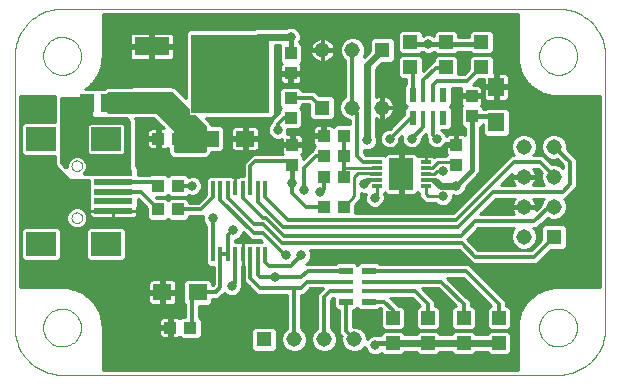
<source format=gtl>
G75*
G70*
%OFA0B0*%
%FSLAX24Y24*%
%IPPOS*%
%LPD*%
%AMOC8*
5,1,8,0,0,1.08239X$1,22.5*
%
%ADD10R,0.0433X0.0394*%
%ADD11R,0.0630X0.0551*%
%ADD12R,0.0453X0.0173*%
%ADD13R,0.0453X0.0248*%
%ADD14R,0.0472X0.0472*%
%ADD15R,0.0512X0.0591*%
%ADD16R,0.0515X0.0515*%
%ADD17C,0.0515*%
%ADD18C,0.0000*%
%ADD19R,0.0984X0.0787*%
%ADD20R,0.1299X0.0197*%
%ADD21R,0.2638X0.2638*%
%ADD22R,0.1181X0.0630*%
%ADD23R,0.0394X0.0433*%
%ADD24R,0.0819X0.1098*%
%ADD25R,0.0350X0.0122*%
%ADD26R,0.0551X0.0630*%
%ADD27R,0.0173X0.0453*%
%ADD28R,0.0248X0.0453*%
%ADD29R,0.0126X0.0496*%
%ADD30C,0.0240*%
%ADD31C,0.0160*%
%ADD32C,0.0320*%
%ADD33C,0.0120*%
%ADD34C,0.0100*%
D10*
X008322Y004991D03*
X008991Y004991D03*
X008597Y011291D03*
X007928Y011291D03*
X012347Y011990D03*
X012347Y012659D03*
D11*
X010822Y011291D03*
X009641Y011291D03*
X009247Y006173D03*
X008066Y006173D03*
D12*
X014178Y006212D03*
X014178Y006527D03*
X014946Y006527D03*
X014946Y006212D03*
D13*
X014946Y005860D03*
X014178Y005860D03*
X014178Y006879D03*
X014946Y006879D03*
D14*
X015743Y005306D03*
X016924Y005306D03*
X018105Y005306D03*
X019286Y005306D03*
X019286Y004480D03*
X018105Y004480D03*
X016924Y004480D03*
X015743Y004480D03*
X016334Y013682D03*
X017515Y013682D03*
X018696Y013682D03*
X018696Y014509D03*
X017515Y014509D03*
X016334Y014509D03*
D15*
X006235Y012472D03*
X005566Y012472D03*
D16*
X013381Y012324D03*
X015399Y014243D03*
X021115Y008019D03*
X011461Y004598D03*
D17*
X012461Y004598D03*
X013461Y004598D03*
X014461Y004598D03*
X020115Y008019D03*
X020115Y009019D03*
X021115Y009019D03*
X021115Y010019D03*
X020115Y010019D03*
X020115Y011019D03*
X021115Y011019D03*
X015381Y012324D03*
X014381Y012324D03*
X014399Y014243D03*
X013399Y014243D03*
D18*
X021255Y003417D02*
X004719Y003417D01*
X004719Y003416D02*
X004642Y003418D01*
X004565Y003424D01*
X004488Y003433D01*
X004412Y003446D01*
X004336Y003463D01*
X004262Y003484D01*
X004188Y003508D01*
X004116Y003536D01*
X004046Y003567D01*
X003977Y003602D01*
X003909Y003640D01*
X003844Y003681D01*
X003781Y003726D01*
X003720Y003774D01*
X003661Y003824D01*
X003605Y003877D01*
X003552Y003933D01*
X003502Y003992D01*
X003454Y004053D01*
X003409Y004116D01*
X003368Y004181D01*
X003330Y004249D01*
X003295Y004318D01*
X003264Y004388D01*
X003236Y004460D01*
X003212Y004534D01*
X003191Y004608D01*
X003174Y004684D01*
X003161Y004760D01*
X003152Y004837D01*
X003146Y004914D01*
X003144Y004991D01*
X003145Y004991D02*
X003145Y014047D01*
X003144Y014047D02*
X003146Y014124D01*
X003152Y014201D01*
X003161Y014278D01*
X003174Y014354D01*
X003191Y014430D01*
X003212Y014504D01*
X003236Y014578D01*
X003264Y014650D01*
X003295Y014720D01*
X003330Y014789D01*
X003368Y014857D01*
X003409Y014922D01*
X003454Y014985D01*
X003502Y015046D01*
X003552Y015105D01*
X003605Y015161D01*
X003661Y015214D01*
X003720Y015264D01*
X003781Y015312D01*
X003844Y015357D01*
X003909Y015398D01*
X003977Y015436D01*
X004046Y015471D01*
X004116Y015502D01*
X004188Y015530D01*
X004262Y015554D01*
X004336Y015575D01*
X004412Y015592D01*
X004488Y015605D01*
X004565Y015614D01*
X004642Y015620D01*
X004719Y015622D01*
X004719Y015621D02*
X021255Y015621D01*
X021255Y015622D02*
X021332Y015620D01*
X021409Y015614D01*
X021486Y015605D01*
X021562Y015592D01*
X021638Y015575D01*
X021712Y015554D01*
X021786Y015530D01*
X021858Y015502D01*
X021928Y015471D01*
X021997Y015436D01*
X022065Y015398D01*
X022130Y015357D01*
X022193Y015312D01*
X022254Y015264D01*
X022313Y015214D01*
X022369Y015161D01*
X022422Y015105D01*
X022472Y015046D01*
X022520Y014985D01*
X022565Y014922D01*
X022606Y014857D01*
X022644Y014789D01*
X022679Y014720D01*
X022710Y014650D01*
X022738Y014578D01*
X022762Y014504D01*
X022783Y014430D01*
X022800Y014354D01*
X022813Y014278D01*
X022822Y014201D01*
X022828Y014124D01*
X022830Y014047D01*
X022830Y004991D01*
X022828Y004914D01*
X022822Y004837D01*
X022813Y004760D01*
X022800Y004684D01*
X022783Y004608D01*
X022762Y004534D01*
X022738Y004460D01*
X022710Y004388D01*
X022679Y004318D01*
X022644Y004249D01*
X022606Y004181D01*
X022565Y004116D01*
X022520Y004053D01*
X022472Y003992D01*
X022422Y003933D01*
X022369Y003877D01*
X022313Y003824D01*
X022254Y003774D01*
X022193Y003726D01*
X022130Y003681D01*
X022065Y003640D01*
X021997Y003602D01*
X021928Y003567D01*
X021858Y003536D01*
X021786Y003508D01*
X021712Y003484D01*
X021638Y003463D01*
X021562Y003446D01*
X021486Y003433D01*
X021409Y003424D01*
X021332Y003418D01*
X021255Y003416D01*
X020625Y004991D02*
X020627Y005041D01*
X020633Y005091D01*
X020643Y005140D01*
X020657Y005188D01*
X020674Y005235D01*
X020695Y005280D01*
X020720Y005324D01*
X020748Y005365D01*
X020780Y005404D01*
X020814Y005441D01*
X020851Y005475D01*
X020891Y005505D01*
X020933Y005532D01*
X020977Y005556D01*
X021023Y005577D01*
X021070Y005593D01*
X021118Y005606D01*
X021168Y005615D01*
X021217Y005620D01*
X021268Y005621D01*
X021318Y005618D01*
X021367Y005611D01*
X021416Y005600D01*
X021464Y005585D01*
X021510Y005567D01*
X021555Y005545D01*
X021598Y005519D01*
X021639Y005490D01*
X021678Y005458D01*
X021714Y005423D01*
X021746Y005385D01*
X021776Y005345D01*
X021803Y005302D01*
X021826Y005258D01*
X021845Y005212D01*
X021861Y005164D01*
X021873Y005115D01*
X021881Y005066D01*
X021885Y005016D01*
X021885Y004966D01*
X021881Y004916D01*
X021873Y004867D01*
X021861Y004818D01*
X021845Y004770D01*
X021826Y004724D01*
X021803Y004680D01*
X021776Y004637D01*
X021746Y004597D01*
X021714Y004559D01*
X021678Y004524D01*
X021639Y004492D01*
X021598Y004463D01*
X021555Y004437D01*
X021510Y004415D01*
X021464Y004397D01*
X021416Y004382D01*
X021367Y004371D01*
X021318Y004364D01*
X021268Y004361D01*
X021217Y004362D01*
X021168Y004367D01*
X021118Y004376D01*
X021070Y004389D01*
X021023Y004405D01*
X020977Y004426D01*
X020933Y004450D01*
X020891Y004477D01*
X020851Y004507D01*
X020814Y004541D01*
X020780Y004578D01*
X020748Y004617D01*
X020720Y004658D01*
X020695Y004702D01*
X020674Y004747D01*
X020657Y004794D01*
X020643Y004842D01*
X020633Y004891D01*
X020627Y004941D01*
X020625Y004991D01*
X020625Y014047D02*
X020627Y014097D01*
X020633Y014147D01*
X020643Y014196D01*
X020657Y014244D01*
X020674Y014291D01*
X020695Y014336D01*
X020720Y014380D01*
X020748Y014421D01*
X020780Y014460D01*
X020814Y014497D01*
X020851Y014531D01*
X020891Y014561D01*
X020933Y014588D01*
X020977Y014612D01*
X021023Y014633D01*
X021070Y014649D01*
X021118Y014662D01*
X021168Y014671D01*
X021217Y014676D01*
X021268Y014677D01*
X021318Y014674D01*
X021367Y014667D01*
X021416Y014656D01*
X021464Y014641D01*
X021510Y014623D01*
X021555Y014601D01*
X021598Y014575D01*
X021639Y014546D01*
X021678Y014514D01*
X021714Y014479D01*
X021746Y014441D01*
X021776Y014401D01*
X021803Y014358D01*
X021826Y014314D01*
X021845Y014268D01*
X021861Y014220D01*
X021873Y014171D01*
X021881Y014122D01*
X021885Y014072D01*
X021885Y014022D01*
X021881Y013972D01*
X021873Y013923D01*
X021861Y013874D01*
X021845Y013826D01*
X021826Y013780D01*
X021803Y013736D01*
X021776Y013693D01*
X021746Y013653D01*
X021714Y013615D01*
X021678Y013580D01*
X021639Y013548D01*
X021598Y013519D01*
X021555Y013493D01*
X021510Y013471D01*
X021464Y013453D01*
X021416Y013438D01*
X021367Y013427D01*
X021318Y013420D01*
X021268Y013417D01*
X021217Y013418D01*
X021168Y013423D01*
X021118Y013432D01*
X021070Y013445D01*
X021023Y013461D01*
X020977Y013482D01*
X020933Y013506D01*
X020891Y013533D01*
X020851Y013563D01*
X020814Y013597D01*
X020780Y013634D01*
X020748Y013673D01*
X020720Y013714D01*
X020695Y013758D01*
X020674Y013803D01*
X020657Y013850D01*
X020643Y013898D01*
X020633Y013947D01*
X020627Y013997D01*
X020625Y014047D01*
X005034Y010385D02*
X005036Y010411D01*
X005042Y010437D01*
X005052Y010462D01*
X005065Y010485D01*
X005081Y010505D01*
X005101Y010523D01*
X005123Y010538D01*
X005146Y010550D01*
X005172Y010558D01*
X005198Y010562D01*
X005224Y010562D01*
X005250Y010558D01*
X005276Y010550D01*
X005300Y010538D01*
X005321Y010523D01*
X005341Y010505D01*
X005357Y010485D01*
X005370Y010462D01*
X005380Y010437D01*
X005386Y010411D01*
X005388Y010385D01*
X005386Y010359D01*
X005380Y010333D01*
X005370Y010308D01*
X005357Y010285D01*
X005341Y010265D01*
X005321Y010247D01*
X005299Y010232D01*
X005276Y010220D01*
X005250Y010212D01*
X005224Y010208D01*
X005198Y010208D01*
X005172Y010212D01*
X005146Y010220D01*
X005122Y010232D01*
X005101Y010247D01*
X005081Y010265D01*
X005065Y010285D01*
X005052Y010308D01*
X005042Y010333D01*
X005036Y010359D01*
X005034Y010385D01*
X005034Y008653D02*
X005036Y008679D01*
X005042Y008705D01*
X005052Y008730D01*
X005065Y008753D01*
X005081Y008773D01*
X005101Y008791D01*
X005123Y008806D01*
X005146Y008818D01*
X005172Y008826D01*
X005198Y008830D01*
X005224Y008830D01*
X005250Y008826D01*
X005276Y008818D01*
X005300Y008806D01*
X005321Y008791D01*
X005341Y008773D01*
X005357Y008753D01*
X005370Y008730D01*
X005380Y008705D01*
X005386Y008679D01*
X005388Y008653D01*
X005386Y008627D01*
X005380Y008601D01*
X005370Y008576D01*
X005357Y008553D01*
X005341Y008533D01*
X005321Y008515D01*
X005299Y008500D01*
X005276Y008488D01*
X005250Y008480D01*
X005224Y008476D01*
X005198Y008476D01*
X005172Y008480D01*
X005146Y008488D01*
X005122Y008500D01*
X005101Y008515D01*
X005081Y008533D01*
X005065Y008553D01*
X005052Y008576D01*
X005042Y008601D01*
X005036Y008627D01*
X005034Y008653D01*
X004089Y004991D02*
X004091Y005041D01*
X004097Y005091D01*
X004107Y005140D01*
X004121Y005188D01*
X004138Y005235D01*
X004159Y005280D01*
X004184Y005324D01*
X004212Y005365D01*
X004244Y005404D01*
X004278Y005441D01*
X004315Y005475D01*
X004355Y005505D01*
X004397Y005532D01*
X004441Y005556D01*
X004487Y005577D01*
X004534Y005593D01*
X004582Y005606D01*
X004632Y005615D01*
X004681Y005620D01*
X004732Y005621D01*
X004782Y005618D01*
X004831Y005611D01*
X004880Y005600D01*
X004928Y005585D01*
X004974Y005567D01*
X005019Y005545D01*
X005062Y005519D01*
X005103Y005490D01*
X005142Y005458D01*
X005178Y005423D01*
X005210Y005385D01*
X005240Y005345D01*
X005267Y005302D01*
X005290Y005258D01*
X005309Y005212D01*
X005325Y005164D01*
X005337Y005115D01*
X005345Y005066D01*
X005349Y005016D01*
X005349Y004966D01*
X005345Y004916D01*
X005337Y004867D01*
X005325Y004818D01*
X005309Y004770D01*
X005290Y004724D01*
X005267Y004680D01*
X005240Y004637D01*
X005210Y004597D01*
X005178Y004559D01*
X005142Y004524D01*
X005103Y004492D01*
X005062Y004463D01*
X005019Y004437D01*
X004974Y004415D01*
X004928Y004397D01*
X004880Y004382D01*
X004831Y004371D01*
X004782Y004364D01*
X004732Y004361D01*
X004681Y004362D01*
X004632Y004367D01*
X004582Y004376D01*
X004534Y004389D01*
X004487Y004405D01*
X004441Y004426D01*
X004397Y004450D01*
X004355Y004477D01*
X004315Y004507D01*
X004278Y004541D01*
X004244Y004578D01*
X004212Y004617D01*
X004184Y004658D01*
X004159Y004702D01*
X004138Y004747D01*
X004121Y004794D01*
X004107Y004842D01*
X004097Y004891D01*
X004091Y004941D01*
X004089Y004991D01*
X004089Y014047D02*
X004091Y014097D01*
X004097Y014147D01*
X004107Y014196D01*
X004121Y014244D01*
X004138Y014291D01*
X004159Y014336D01*
X004184Y014380D01*
X004212Y014421D01*
X004244Y014460D01*
X004278Y014497D01*
X004315Y014531D01*
X004355Y014561D01*
X004397Y014588D01*
X004441Y014612D01*
X004487Y014633D01*
X004534Y014649D01*
X004582Y014662D01*
X004632Y014671D01*
X004681Y014676D01*
X004732Y014677D01*
X004782Y014674D01*
X004831Y014667D01*
X004880Y014656D01*
X004928Y014641D01*
X004974Y014623D01*
X005019Y014601D01*
X005062Y014575D01*
X005103Y014546D01*
X005142Y014514D01*
X005178Y014479D01*
X005210Y014441D01*
X005240Y014401D01*
X005267Y014358D01*
X005290Y014314D01*
X005309Y014268D01*
X005325Y014220D01*
X005337Y014171D01*
X005345Y014122D01*
X005349Y014072D01*
X005349Y014022D01*
X005345Y013972D01*
X005337Y013923D01*
X005325Y013874D01*
X005309Y013826D01*
X005290Y013780D01*
X005267Y013736D01*
X005240Y013693D01*
X005210Y013653D01*
X005178Y013615D01*
X005142Y013580D01*
X005103Y013548D01*
X005062Y013519D01*
X005019Y013493D01*
X004974Y013471D01*
X004928Y013453D01*
X004880Y013438D01*
X004831Y013427D01*
X004782Y013420D01*
X004732Y013417D01*
X004681Y013418D01*
X004632Y013423D01*
X004582Y013432D01*
X004534Y013445D01*
X004487Y013461D01*
X004441Y013482D01*
X004397Y013506D01*
X004355Y013533D01*
X004315Y013563D01*
X004278Y013597D01*
X004244Y013634D01*
X004212Y013673D01*
X004184Y013714D01*
X004159Y013758D01*
X004138Y013803D01*
X004121Y013850D01*
X004107Y013898D01*
X004097Y013947D01*
X004091Y013997D01*
X004089Y014047D01*
D19*
X004030Y011271D03*
X006196Y011271D03*
X006196Y007767D03*
X004030Y007767D03*
D20*
X006432Y008889D03*
X006432Y009204D03*
X006432Y009519D03*
X006432Y009834D03*
X006432Y010149D03*
D21*
X010330Y013456D03*
D22*
X007711Y012551D03*
X007711Y014362D03*
D23*
X012347Y014135D03*
X012347Y013466D03*
X013440Y011389D03*
X014109Y011389D03*
X014109Y010700D03*
X013440Y010700D03*
X012397Y010415D03*
X013440Y010011D03*
X014109Y010011D03*
X014109Y009027D03*
X013440Y009027D03*
X012397Y011084D03*
X008597Y009716D03*
X007928Y009716D03*
X007928Y008929D03*
X008597Y008929D03*
X017851Y010415D03*
X017851Y011084D03*
X018371Y012047D03*
X018371Y012716D03*
D24*
X016030Y010110D03*
D25*
X015225Y010110D03*
X015225Y010306D03*
X015225Y010503D03*
X015225Y009913D03*
X015225Y009716D03*
X016835Y009716D03*
X016835Y009913D03*
X016835Y010110D03*
X016835Y010306D03*
X016835Y010503D03*
D26*
X019196Y011832D03*
X019196Y013013D03*
D27*
X017082Y012757D03*
X016767Y012757D03*
X016767Y011990D03*
X017082Y011990D03*
D28*
X017434Y011990D03*
X017434Y012757D03*
X016414Y012757D03*
X016414Y011990D03*
D29*
X011500Y009629D03*
X011250Y009629D03*
X011000Y009629D03*
X010750Y009629D03*
X010500Y009629D03*
X010250Y009629D03*
X010000Y009629D03*
X009750Y009629D03*
X009750Y007441D03*
X010000Y007441D03*
X010250Y007441D03*
X010500Y007441D03*
X010750Y007441D03*
X011000Y007441D03*
X011250Y007441D03*
X011500Y007441D03*
D30*
X014800Y009790D02*
X014874Y009888D01*
X014893Y011228D02*
X014893Y013738D01*
X015399Y014243D01*
X012347Y014686D02*
X011265Y014686D01*
X017162Y009881D02*
X017359Y009716D01*
X017859Y009716D01*
X018105Y004480D02*
X016924Y004480D01*
X015743Y004480D01*
X018105Y004480D02*
X019286Y004480D01*
D31*
X015743Y004480D02*
X015231Y004480D01*
X015152Y004401D01*
X017859Y009716D02*
X018389Y010245D01*
X018389Y012029D01*
X018371Y012047D01*
X018389Y012029D02*
X019188Y012029D01*
X019196Y012021D01*
X019196Y011832D01*
X018627Y014440D02*
X016924Y014440D01*
X017515Y014440D01*
X017515Y014509D01*
X017446Y014440D01*
X016334Y014440D01*
X016334Y014509D01*
X018627Y014440D02*
X018696Y014509D01*
X012347Y014686D02*
X012347Y014135D01*
X011265Y014686D02*
X011019Y014440D01*
X011019Y014145D01*
X010330Y013456D01*
X008871Y012257D02*
X008871Y012079D01*
X008953Y011997D01*
X009131Y011997D01*
X009444Y011684D01*
X009444Y010897D01*
X008509Y010897D01*
X008509Y011586D01*
X007869Y012226D01*
X006294Y012226D01*
X006294Y012767D01*
X008361Y012767D01*
X008871Y012257D01*
X008833Y012295D02*
X006294Y012295D01*
X006294Y012454D02*
X008674Y012454D01*
X008516Y012612D02*
X006294Y012612D01*
X005654Y012570D02*
X005654Y012029D01*
X005753Y011930D01*
X006836Y011930D01*
X006934Y011832D01*
X006934Y010159D01*
X005490Y010159D01*
X005514Y010183D01*
X005569Y010314D01*
X005569Y010456D01*
X005514Y010587D01*
X005414Y010688D01*
X005283Y010742D01*
X005140Y010742D01*
X005009Y010688D01*
X004909Y010587D01*
X004854Y010456D01*
X004854Y010368D01*
X004719Y010503D01*
X004719Y012619D01*
X005605Y012619D01*
X005654Y012570D01*
X005612Y012612D02*
X004719Y012612D01*
X004719Y012454D02*
X005654Y012454D01*
X005654Y012295D02*
X004719Y012295D01*
X004719Y012137D02*
X005654Y012137D01*
X005705Y011978D02*
X004719Y011978D01*
X004719Y011819D02*
X005604Y011819D01*
X005629Y011845D02*
X005524Y011739D01*
X005524Y010803D01*
X005629Y010697D01*
X006762Y010697D01*
X006868Y010803D01*
X006868Y011739D01*
X006762Y011845D01*
X005629Y011845D01*
X005524Y011661D02*
X004719Y011661D01*
X004719Y011502D02*
X005524Y011502D01*
X005524Y011344D02*
X004719Y011344D01*
X004719Y011185D02*
X005524Y011185D01*
X005524Y011027D02*
X004719Y011027D01*
X004719Y010868D02*
X005524Y010868D01*
X005617Y010710D02*
X005361Y010710D01*
X005529Y010551D02*
X006934Y010551D01*
X006934Y010393D02*
X005569Y010393D01*
X005535Y010234D02*
X006934Y010234D01*
X006934Y010710D02*
X006775Y010710D01*
X006868Y010868D02*
X006934Y010868D01*
X006934Y011027D02*
X006868Y011027D01*
X006868Y011185D02*
X006934Y011185D01*
X006934Y011344D02*
X006868Y011344D01*
X006868Y011502D02*
X006934Y011502D01*
X006934Y011661D02*
X006868Y011661D01*
X006934Y011819D02*
X006788Y011819D01*
X007958Y012137D02*
X008871Y012137D01*
X009150Y011978D02*
X008117Y011978D01*
X008275Y011819D02*
X009309Y011819D01*
X009444Y011661D02*
X008434Y011661D01*
X008509Y011502D02*
X009444Y011502D01*
X009444Y011344D02*
X008509Y011344D01*
X008509Y011185D02*
X009444Y011185D01*
X009444Y011027D02*
X008509Y011027D01*
X005062Y010710D02*
X004719Y010710D01*
X004719Y010551D02*
X004894Y010551D01*
X004854Y010393D02*
X004830Y010393D01*
X012397Y010415D02*
X012397Y009814D01*
D32*
X012397Y009814D03*
X012790Y009568D03*
X013332Y009519D03*
X014800Y009790D03*
X015145Y009322D03*
X016030Y009120D03*
X017408Y009371D03*
X017859Y009716D03*
X017408Y010203D03*
X016030Y010995D03*
X016375Y011291D03*
X015637Y011291D03*
X014893Y011228D03*
X013922Y011930D03*
X012889Y011488D03*
X011904Y011586D03*
X011363Y011832D03*
X011461Y011045D03*
X011904Y011045D03*
X010526Y010651D03*
X009247Y010208D03*
X009050Y009716D03*
X007377Y008929D03*
X007082Y008486D03*
X006442Y008486D03*
X005802Y008486D03*
X005408Y009175D03*
X007918Y010749D03*
X007377Y011291D03*
X008656Y012078D03*
X007721Y013702D03*
X006688Y014391D03*
X007721Y015080D03*
X006294Y015228D03*
X003538Y012472D03*
X009739Y008633D03*
X010428Y008240D03*
X010773Y007993D03*
X012200Y007403D03*
X012692Y007403D03*
X011806Y006665D03*
X010822Y006271D03*
X010379Y006369D03*
X008066Y006812D03*
X008017Y005533D03*
X008017Y004499D03*
X006294Y003810D03*
X003538Y006566D03*
X012889Y013456D03*
X012347Y014686D03*
X016924Y014440D03*
X019680Y015228D03*
X019869Y013008D03*
X017851Y012713D03*
X017859Y011586D03*
X017211Y011291D03*
X022436Y012472D03*
X022436Y006566D03*
X019680Y003810D03*
X015152Y004401D03*
D33*
X014461Y004598D02*
X014178Y004881D01*
X014178Y005860D01*
X014178Y006212D02*
X013666Y006212D01*
X013461Y006007D01*
X013461Y004598D01*
X012461Y004598D02*
X012461Y006320D01*
X012692Y006320D01*
X012899Y006527D01*
X014178Y006527D01*
X014178Y006879D02*
X012906Y006879D01*
X012692Y006665D01*
X011806Y006665D01*
X011314Y006665D01*
X011250Y006729D01*
X011250Y007441D01*
X011000Y007441D02*
X011000Y006634D01*
X011015Y006619D01*
X011043Y006591D01*
X011314Y006320D01*
X012461Y006320D01*
X012347Y007058D02*
X011609Y007058D01*
X011500Y007167D01*
X011500Y007441D01*
X012052Y007797D02*
X011412Y008436D01*
X011117Y008436D01*
X010250Y009303D01*
X010250Y009629D01*
X010000Y009629D02*
X010000Y009258D01*
X011117Y008141D01*
X011412Y008141D01*
X012150Y007403D01*
X012200Y007403D01*
X012347Y007058D02*
X012692Y007403D01*
X012052Y007797D02*
X018056Y007797D01*
X018499Y007354D01*
X020450Y007354D01*
X021115Y008019D01*
X020467Y008535D02*
X018499Y008535D01*
X018006Y008042D01*
X012102Y008042D01*
X011511Y008633D01*
X011412Y008633D01*
X010750Y009295D01*
X010750Y009629D01*
X011000Y009629D02*
X011000Y010386D01*
X011166Y010553D01*
X012357Y010553D01*
X012397Y010415D01*
X012790Y010306D02*
X013184Y010700D01*
X013440Y010700D01*
X014109Y010700D02*
X014109Y010306D01*
X014109Y010011D01*
X013440Y010011D02*
X013440Y009627D01*
X013332Y009519D01*
X013440Y009027D02*
X012839Y009027D01*
X012397Y009470D01*
X012397Y009814D01*
X012790Y009568D02*
X012790Y010306D01*
X014109Y010700D02*
X014109Y011389D01*
X014562Y010700D02*
X014562Y012143D01*
X014381Y012324D01*
X014381Y014226D01*
X014399Y014243D01*
X016334Y013682D02*
X016414Y013602D01*
X016414Y012757D01*
X016767Y012757D02*
X016767Y013249D01*
X017170Y013653D01*
X017485Y013653D01*
X017515Y013682D01*
X017219Y013210D02*
X018223Y013210D01*
X018696Y013682D01*
X017219Y013210D02*
X017082Y013072D01*
X017082Y012757D01*
X017082Y011990D02*
X017082Y011421D01*
X017211Y011291D01*
X016767Y011682D02*
X016375Y011291D01*
X016767Y011682D02*
X016767Y011990D01*
X016414Y011990D02*
X016336Y011990D01*
X015637Y011291D01*
X015225Y010503D02*
X014759Y010503D01*
X014562Y010700D01*
X014906Y009913D02*
X015225Y009913D01*
X014906Y009913D02*
X014874Y009888D01*
X016835Y009913D02*
X017141Y009913D01*
X017145Y009917D01*
X017162Y009881D01*
X017908Y008338D02*
X019089Y009519D01*
X021402Y009519D01*
X021649Y009765D01*
X021649Y010503D01*
X021133Y011019D01*
X021115Y011019D01*
X020664Y010503D02*
X019778Y010503D01*
X017859Y008584D01*
X012249Y008584D01*
X011500Y009333D01*
X011500Y009629D01*
X011250Y009629D02*
X011250Y009189D01*
X012101Y008338D01*
X017908Y008338D01*
X018186Y006879D02*
X019286Y005779D01*
X019286Y005306D01*
X018105Y005306D02*
X018105Y005779D01*
X017357Y006527D01*
X014946Y006527D01*
X014946Y006212D02*
X016491Y006212D01*
X016924Y005779D01*
X016924Y005306D01*
X015743Y005306D02*
X015743Y005582D01*
X015465Y005860D01*
X014946Y005860D01*
X014946Y006879D02*
X018186Y006879D01*
X020467Y008535D02*
X020952Y009019D01*
X021115Y009019D01*
X021115Y010019D02*
X021115Y010053D01*
X020664Y010503D01*
X013381Y012324D02*
X013046Y012659D01*
X012347Y012659D01*
X012347Y011990D02*
X012111Y011990D01*
X011904Y011783D01*
X011904Y011586D01*
X009750Y009629D02*
X009750Y009333D01*
X009345Y008929D01*
X008597Y008929D01*
X007928Y008929D02*
X007337Y009519D01*
X006432Y009519D01*
X006432Y009834D02*
X007928Y009834D01*
X007928Y009716D01*
X007810Y009834D01*
X008597Y009716D02*
X009050Y009716D01*
X009739Y008633D02*
X009750Y008622D01*
X009750Y007441D01*
X010000Y007441D02*
X010250Y007441D01*
X010250Y008062D01*
X010428Y008240D01*
X010500Y007441D02*
X010500Y006491D01*
X010379Y006369D01*
X010000Y006335D02*
X009837Y006173D01*
X009247Y006173D01*
X009050Y006173D01*
X009050Y005051D01*
X008991Y004991D01*
X010000Y006335D02*
X010000Y007441D01*
D34*
X009517Y007457D02*
X006858Y007457D01*
X006858Y007556D02*
X009517Y007556D01*
X009517Y007654D02*
X006858Y007654D01*
X006858Y007753D02*
X009517Y007753D01*
X009517Y007759D02*
X009517Y007122D01*
X009617Y007023D01*
X009770Y007023D01*
X009770Y006430D01*
X009742Y006403D01*
X009732Y006403D01*
X009732Y006519D01*
X009632Y006618D01*
X008862Y006618D01*
X008762Y006519D01*
X008762Y005827D01*
X008820Y005769D01*
X008820Y005358D01*
X008704Y005358D01*
X008642Y005296D01*
X008630Y005308D01*
X008596Y005328D01*
X008558Y005338D01*
X008370Y005338D01*
X008370Y005040D01*
X008273Y005040D01*
X008273Y004943D01*
X007955Y004943D01*
X007955Y004775D01*
X007965Y004737D01*
X007985Y004703D01*
X008013Y004675D01*
X008047Y004655D01*
X008085Y004645D01*
X008273Y004645D01*
X008273Y004943D01*
X008370Y004943D01*
X008370Y004645D01*
X008558Y004645D01*
X008596Y004655D01*
X008630Y004675D01*
X008642Y004686D01*
X008704Y004625D01*
X009278Y004625D01*
X009378Y004724D01*
X009378Y005259D01*
X009280Y005356D01*
X009280Y005727D01*
X009632Y005727D01*
X009732Y005827D01*
X009732Y005943D01*
X009933Y005943D01*
X010067Y006077D01*
X010067Y006077D01*
X010222Y006077D01*
X010192Y006090D02*
X010313Y006039D01*
X010444Y006039D01*
X010566Y006090D01*
X010659Y006183D01*
X010709Y006304D01*
X010709Y006374D01*
X010730Y006395D01*
X010730Y006586D01*
X010730Y007043D01*
X010750Y007043D01*
X010750Y007440D01*
X010750Y007440D01*
X010750Y007043D01*
X010770Y007043D01*
X010770Y006729D01*
X010770Y006539D01*
X010919Y006389D01*
X010948Y006361D01*
X011084Y006225D01*
X011219Y006090D01*
X012231Y006090D01*
X012231Y004965D01*
X012219Y004960D01*
X012099Y004840D01*
X012034Y004683D01*
X012034Y004513D01*
X012099Y004356D01*
X012219Y004235D01*
X012376Y004170D01*
X012547Y004170D01*
X012704Y004235D01*
X012824Y004356D01*
X012889Y004513D01*
X012889Y004683D01*
X012824Y004840D01*
X012704Y004960D01*
X012691Y004965D01*
X012691Y006090D01*
X012787Y006090D01*
X012994Y006297D01*
X013426Y006297D01*
X013231Y006102D01*
X013231Y005912D01*
X013231Y004965D01*
X013219Y004960D01*
X013099Y004840D01*
X013034Y004683D01*
X013034Y004513D01*
X013099Y004356D01*
X013219Y004235D01*
X013376Y004170D01*
X013547Y004170D01*
X013704Y004235D01*
X013824Y004356D01*
X013889Y004513D01*
X013889Y004683D01*
X013824Y004840D01*
X013704Y004960D01*
X013691Y004965D01*
X013691Y005912D01*
X013761Y005982D01*
X013782Y005982D01*
X013782Y005665D01*
X013881Y005566D01*
X013948Y005566D01*
X013948Y004976D01*
X013948Y004786D01*
X014039Y004695D01*
X014034Y004683D01*
X014034Y004513D01*
X014099Y004356D01*
X014219Y004235D01*
X014376Y004170D01*
X014547Y004170D01*
X014704Y004235D01*
X014822Y004354D01*
X014822Y004335D01*
X014873Y004214D01*
X014966Y004121D01*
X015087Y004071D01*
X015218Y004071D01*
X015339Y004121D01*
X015364Y004146D01*
X015436Y004073D01*
X016050Y004073D01*
X016149Y004173D01*
X016149Y004190D01*
X016518Y004190D01*
X016518Y004173D01*
X016617Y004073D01*
X017231Y004073D01*
X017330Y004173D01*
X017330Y004190D01*
X017699Y004190D01*
X017699Y004173D01*
X017799Y004073D01*
X018412Y004073D01*
X018511Y004173D01*
X018511Y004190D01*
X018880Y004190D01*
X018880Y004173D01*
X018980Y004073D01*
X019593Y004073D01*
X019692Y004173D01*
X019692Y004786D01*
X019593Y004886D01*
X018980Y004886D01*
X018880Y004786D01*
X018880Y004770D01*
X018511Y004770D01*
X018511Y004786D01*
X018412Y004886D01*
X017799Y004886D01*
X017699Y004786D01*
X017699Y004770D01*
X017330Y004770D01*
X017330Y004786D01*
X017231Y004886D01*
X016617Y004886D01*
X016518Y004786D01*
X016518Y004770D01*
X016149Y004770D01*
X016149Y004786D01*
X016050Y004886D01*
X015436Y004886D01*
X015337Y004786D01*
X015337Y004730D01*
X015281Y004730D01*
X015221Y004730D01*
X015218Y004731D01*
X015087Y004731D01*
X014966Y004681D01*
X014889Y004604D01*
X014889Y004683D01*
X014824Y004840D01*
X014704Y004960D01*
X014547Y005025D01*
X014408Y005025D01*
X014408Y005566D01*
X014475Y005566D01*
X014562Y005653D01*
X014649Y005566D01*
X015243Y005566D01*
X015307Y005630D01*
X015353Y005630D01*
X015337Y005613D01*
X015337Y005000D01*
X015436Y004900D01*
X016050Y004900D01*
X016149Y005000D01*
X016149Y005613D01*
X016050Y005713D01*
X015938Y005713D01*
X015838Y005812D01*
X015668Y005982D01*
X016396Y005982D01*
X016665Y005713D01*
X016617Y005713D01*
X016518Y005613D01*
X016518Y005000D01*
X016617Y004900D01*
X017231Y004900D01*
X017330Y005000D01*
X017330Y005613D01*
X017231Y005713D01*
X017154Y005713D01*
X017154Y005874D01*
X017019Y006009D01*
X016731Y006297D01*
X017262Y006297D01*
X017846Y005713D01*
X017799Y005713D01*
X017699Y005613D01*
X017699Y005000D01*
X017799Y004900D01*
X018412Y004900D01*
X018511Y005000D01*
X018511Y005613D01*
X018412Y005713D01*
X018335Y005713D01*
X018335Y005874D01*
X018200Y006009D01*
X017560Y006649D01*
X018091Y006649D01*
X019027Y005713D01*
X018980Y005713D01*
X018880Y005613D01*
X018880Y005000D01*
X018980Y004900D01*
X019593Y004900D01*
X019692Y005000D01*
X019692Y005613D01*
X019593Y005713D01*
X019516Y005713D01*
X019516Y005874D01*
X019382Y006009D01*
X018281Y007109D01*
X018091Y007109D01*
X015307Y007109D01*
X015243Y007173D01*
X014649Y007173D01*
X014562Y007086D01*
X014475Y007173D01*
X013881Y007173D01*
X013817Y007109D01*
X013002Y007109D01*
X012845Y007109D01*
X012879Y007123D01*
X012972Y007216D01*
X013022Y007337D01*
X013022Y007469D01*
X012981Y007567D01*
X017961Y007567D01*
X018269Y007258D01*
X018404Y007124D01*
X020354Y007124D01*
X020545Y007124D01*
X021013Y007592D01*
X021443Y007592D01*
X021542Y007691D01*
X021542Y008347D01*
X021443Y008446D01*
X020787Y008446D01*
X020688Y008347D01*
X020688Y007917D01*
X020354Y007584D01*
X018594Y007584D01*
X018234Y007944D01*
X018236Y007946D01*
X018236Y007946D01*
X018594Y008305D01*
X019796Y008305D01*
X019753Y008261D01*
X019688Y008104D01*
X019688Y007934D01*
X019753Y007777D01*
X019873Y007657D01*
X020030Y007592D01*
X020200Y007592D01*
X020357Y007657D01*
X020477Y007777D01*
X020542Y007934D01*
X020542Y008104D01*
X020477Y008261D01*
X020434Y008305D01*
X020563Y008305D01*
X020697Y008440D01*
X020902Y008644D01*
X021030Y008592D01*
X021200Y008592D01*
X021357Y008657D01*
X021477Y008777D01*
X021542Y008934D01*
X021542Y009104D01*
X021477Y009261D01*
X021449Y009289D01*
X021498Y009289D01*
X021632Y009424D01*
X021878Y009670D01*
X021878Y009860D01*
X021878Y010599D01*
X021744Y010733D01*
X021542Y010935D01*
X021542Y011104D01*
X021477Y011261D01*
X021357Y011381D01*
X021200Y011446D01*
X021030Y011446D01*
X020873Y011381D01*
X020753Y011261D01*
X020688Y011104D01*
X020688Y010934D01*
X020753Y010777D01*
X020873Y010657D01*
X021030Y010592D01*
X021200Y010592D01*
X021225Y010602D01*
X021419Y010408D01*
X021419Y010320D01*
X021357Y010381D01*
X021200Y010446D01*
X021046Y010446D01*
X020894Y010599D01*
X020759Y010733D01*
X020434Y010733D01*
X020477Y010777D01*
X020542Y010934D01*
X020542Y011104D01*
X020477Y011261D01*
X020357Y011381D01*
X020200Y011446D01*
X020030Y011446D01*
X019873Y011381D01*
X019753Y011261D01*
X019688Y011104D01*
X019688Y010934D01*
X019753Y010777D01*
X019796Y010733D01*
X019683Y010733D01*
X017764Y008814D01*
X014476Y008814D01*
X014476Y009083D01*
X014683Y009290D01*
X014683Y009472D01*
X014683Y009481D01*
X014734Y009460D01*
X014844Y009460D01*
X014815Y009388D01*
X014815Y009257D01*
X014865Y009135D01*
X014958Y009042D01*
X015079Y008992D01*
X015210Y008992D01*
X015331Y009042D01*
X015424Y009135D01*
X015475Y009257D01*
X015475Y009388D01*
X015445Y009458D01*
X015445Y009485D01*
X015471Y009485D01*
X015484Y009498D01*
X015501Y009468D01*
X015529Y009440D01*
X015563Y009421D01*
X015601Y009410D01*
X015980Y009410D01*
X015980Y010059D01*
X016080Y010059D01*
X016080Y009410D01*
X016460Y009410D01*
X016498Y009421D01*
X016532Y009440D01*
X016560Y009468D01*
X016577Y009498D01*
X016590Y009485D01*
X016615Y009485D01*
X016615Y009361D01*
X016696Y009280D01*
X016825Y009151D01*
X017120Y009151D01*
X017162Y009151D01*
X017221Y009092D01*
X017343Y009041D01*
X017474Y009041D01*
X017595Y009092D01*
X017688Y009184D01*
X017738Y009306D01*
X017738Y009409D01*
X017793Y009386D01*
X017925Y009386D01*
X018046Y009436D01*
X018139Y009529D01*
X018189Y009650D01*
X018189Y009692D01*
X018601Y010104D01*
X018639Y010196D01*
X018639Y010295D01*
X018639Y011661D01*
X018738Y011760D01*
X018738Y011779D01*
X018750Y011779D01*
X018750Y011447D01*
X018850Y011347D01*
X019542Y011347D01*
X019641Y011447D01*
X019641Y012217D01*
X019542Y012317D01*
X018850Y012317D01*
X018812Y012279D01*
X018738Y012279D01*
X018738Y012334D01*
X018676Y012395D01*
X018688Y012407D01*
X018708Y012441D01*
X018718Y012480D01*
X018718Y012667D01*
X018420Y012667D01*
X018420Y012764D01*
X018718Y012764D01*
X018718Y012952D01*
X018708Y012990D01*
X018688Y013025D01*
X018660Y013052D01*
X018626Y013072D01*
X018588Y013082D01*
X018421Y013082D01*
X018615Y013276D01*
X018770Y013276D01*
X018770Y013063D01*
X019146Y013063D01*
X019146Y013478D01*
X019102Y013478D01*
X019102Y013989D01*
X019002Y014089D01*
X018389Y014089D01*
X018290Y013989D01*
X018290Y013601D01*
X018128Y013440D01*
X017921Y013440D01*
X017921Y013989D01*
X017821Y014089D01*
X017208Y014089D01*
X017108Y013989D01*
X017108Y013883D01*
X017075Y013883D01*
X016940Y013748D01*
X016740Y013548D01*
X016740Y013989D01*
X016640Y014089D01*
X016027Y014089D01*
X015927Y013989D01*
X015927Y013376D01*
X016027Y013276D01*
X016184Y013276D01*
X016184Y013118D01*
X016120Y013054D01*
X016120Y012460D01*
X016207Y012373D01*
X016120Y012286D01*
X016120Y012099D01*
X015641Y011621D01*
X015571Y011621D01*
X015450Y011570D01*
X015357Y011478D01*
X015307Y011356D01*
X015307Y011225D01*
X015357Y011104D01*
X015450Y011011D01*
X015571Y010961D01*
X015702Y010961D01*
X015824Y011011D01*
X015916Y011104D01*
X015967Y011225D01*
X015967Y011295D01*
X016057Y011386D01*
X016045Y011356D01*
X016045Y011225D01*
X016095Y011104D01*
X016188Y011011D01*
X016309Y010961D01*
X016441Y010961D01*
X016562Y011011D01*
X016655Y011104D01*
X016705Y011225D01*
X016705Y011295D01*
X016852Y011442D01*
X016852Y011325D01*
X016881Y011295D01*
X016881Y011225D01*
X016932Y011104D01*
X017025Y011011D01*
X017146Y010961D01*
X017277Y010961D01*
X017398Y011011D01*
X017491Y011104D01*
X017504Y011136D01*
X017504Y011132D01*
X017803Y011132D01*
X017803Y011036D01*
X017504Y011036D01*
X017504Y010848D01*
X017515Y010810D01*
X017534Y010775D01*
X017546Y010763D01*
X017506Y010723D01*
X017164Y010723D01*
X017114Y010673D01*
X017103Y010684D01*
X017068Y010704D01*
X017030Y010714D01*
X016835Y010714D01*
X016640Y010714D01*
X016602Y010704D01*
X016586Y010694D01*
X016580Y010717D01*
X016560Y010751D01*
X016532Y010779D01*
X016498Y010799D01*
X016460Y010809D01*
X016080Y010809D01*
X016080Y010160D01*
X015980Y010160D01*
X015980Y010809D01*
X015601Y010809D01*
X015563Y010799D01*
X015529Y010779D01*
X015501Y010751D01*
X015484Y010721D01*
X015471Y010734D01*
X014980Y010734D01*
X014979Y010733D01*
X014854Y010733D01*
X014792Y010795D01*
X014792Y010913D01*
X014827Y010898D01*
X014959Y010898D01*
X015080Y010948D01*
X015173Y011041D01*
X015223Y011163D01*
X015223Y011294D01*
X015183Y011390D01*
X015183Y011968D01*
X015224Y011947D01*
X015285Y011927D01*
X015349Y011917D01*
X015352Y011917D01*
X015352Y012295D01*
X015410Y012295D01*
X015410Y012353D01*
X015788Y012353D01*
X015788Y012356D01*
X015778Y012420D01*
X015758Y012481D01*
X015729Y012538D01*
X015692Y012590D01*
X015646Y012635D01*
X015594Y012673D01*
X015537Y012702D01*
X015476Y012722D01*
X015413Y012732D01*
X015410Y012732D01*
X015410Y012353D01*
X015352Y012353D01*
X015352Y012732D01*
X015349Y012732D01*
X015285Y012722D01*
X015224Y012702D01*
X015183Y012681D01*
X015183Y013618D01*
X015381Y013816D01*
X015726Y013816D01*
X015826Y013916D01*
X015826Y014571D01*
X015726Y014671D01*
X015071Y014671D01*
X014971Y014571D01*
X014971Y014226D01*
X014771Y014026D01*
X014826Y014158D01*
X014903Y014158D01*
X014826Y014158D02*
X014826Y014329D01*
X014761Y014486D01*
X014641Y014606D01*
X014484Y014671D01*
X014313Y014671D01*
X014156Y014606D01*
X014036Y014486D01*
X013971Y014329D01*
X013971Y014158D01*
X013797Y014158D01*
X013796Y014148D02*
X013806Y014211D01*
X013806Y014215D01*
X013427Y014215D01*
X013427Y014272D01*
X013370Y014272D01*
X013369Y014272D02*
X013369Y014215D01*
X012991Y014215D01*
X012991Y014211D01*
X013001Y014148D01*
X013021Y014087D01*
X013050Y014030D01*
X013088Y013978D01*
X013133Y013933D01*
X013185Y013895D01*
X013242Y013866D01*
X013303Y013846D01*
X013366Y013836D01*
X013370Y013836D01*
X013370Y014214D01*
X013427Y014214D01*
X013427Y013836D01*
X013431Y013836D01*
X013494Y013846D01*
X013555Y013866D01*
X013612Y013895D01*
X013664Y013933D01*
X013709Y013978D01*
X013747Y014030D01*
X013776Y014087D01*
X013796Y014148D01*
X013762Y014059D02*
X014012Y014059D01*
X014036Y014001D02*
X013971Y014158D01*
X013971Y014256D02*
X013427Y014256D01*
X013427Y014272D02*
X013806Y014272D01*
X013806Y014276D01*
X013796Y014339D01*
X013776Y014400D01*
X013747Y014457D01*
X013709Y014509D01*
X013664Y014554D01*
X013612Y014592D01*
X013555Y014621D01*
X013494Y014641D01*
X013431Y014651D01*
X013427Y014651D01*
X013427Y014272D01*
X013370Y014272D02*
X013370Y014651D01*
X013366Y014651D01*
X013303Y014641D01*
X013242Y014621D01*
X013185Y014592D01*
X013133Y014554D01*
X013088Y014509D01*
X013050Y014457D01*
X013021Y014400D01*
X013001Y014339D01*
X012991Y014276D01*
X012991Y014272D01*
X013369Y014272D01*
X013369Y014256D02*
X012714Y014256D01*
X012714Y014158D02*
X012999Y014158D01*
X013035Y014059D02*
X012714Y014059D01*
X012714Y013961D02*
X013105Y013961D01*
X013253Y013862D02*
X012714Y013862D01*
X012714Y013848D02*
X012714Y014422D01*
X012630Y014506D01*
X012677Y014621D01*
X012677Y014752D01*
X012627Y014873D01*
X012534Y014966D01*
X012413Y015016D01*
X012282Y015016D01*
X012185Y014976D01*
X011207Y014976D01*
X011131Y014945D01*
X008940Y014945D01*
X008841Y014845D01*
X008841Y012641D01*
X008503Y012979D01*
X008411Y013017D01*
X008391Y013017D01*
X008372Y013035D01*
X007051Y013035D01*
X007032Y013017D01*
X006244Y013017D01*
X006153Y012979D01*
X006111Y012937D01*
X005909Y012937D01*
X005900Y012929D01*
X005892Y012937D01*
X005500Y012937D01*
X005501Y012938D01*
X005505Y012951D01*
X005549Y012984D01*
X005563Y012984D01*
X005604Y013025D01*
X005651Y013060D01*
X005653Y013074D01*
X008841Y013074D01*
X008841Y013172D02*
X005752Y013172D01*
X005741Y013162D02*
X005782Y013203D01*
X005782Y013217D01*
X005815Y013261D01*
X005828Y013265D01*
X005856Y013316D01*
X005891Y013363D01*
X005889Y013376D01*
X005916Y013425D01*
X005928Y013431D01*
X005949Y013485D01*
X005977Y013536D01*
X005973Y013550D01*
X005992Y013601D01*
X006004Y013609D01*
X006016Y013666D01*
X006036Y013720D01*
X006031Y013733D01*
X006042Y013787D01*
X006053Y013796D01*
X006057Y013854D01*
X006069Y013911D01*
X006062Y013923D01*
X006065Y013971D01*
X006070Y013976D01*
X006070Y014041D01*
X006075Y014105D01*
X006070Y014110D01*
X006070Y015451D01*
X019904Y015451D01*
X019904Y014110D01*
X019899Y014105D01*
X019904Y014041D01*
X019904Y013976D01*
X019909Y013971D01*
X019912Y013923D01*
X019905Y013911D01*
X019917Y013854D01*
X019921Y013796D01*
X019932Y013787D01*
X019943Y013733D01*
X019938Y013720D01*
X019958Y013666D01*
X019970Y013609D01*
X019982Y013601D01*
X020001Y013550D01*
X019997Y013536D01*
X020025Y013485D01*
X020046Y013431D01*
X020058Y013425D01*
X020085Y013376D01*
X020083Y013363D01*
X020118Y013316D01*
X020146Y013265D01*
X020159Y013261D01*
X020192Y013217D01*
X020192Y013203D01*
X020233Y013162D01*
X020268Y013115D01*
X020282Y013113D01*
X020321Y013074D01*
X019621Y013074D01*
X019621Y013063D02*
X019621Y013348D01*
X019611Y013386D01*
X019591Y013420D01*
X019563Y013448D01*
X019529Y013468D01*
X019491Y013478D01*
X019246Y013478D01*
X019246Y013063D01*
X019621Y013063D01*
X019621Y012963D02*
X019246Y012963D01*
X019246Y013063D01*
X019146Y013063D01*
X019146Y012963D01*
X019246Y012963D01*
X019246Y012548D01*
X019491Y012548D01*
X019529Y012558D01*
X019563Y012578D01*
X019591Y012606D01*
X019611Y012640D01*
X019621Y012678D01*
X019621Y012963D01*
X019621Y012877D02*
X020568Y012877D01*
X020571Y012875D02*
X020584Y012877D01*
X020633Y012850D01*
X020639Y012838D01*
X020693Y012817D01*
X020744Y012789D01*
X020758Y012793D01*
X020810Y012774D01*
X020817Y012762D01*
X020874Y012750D01*
X020929Y012729D01*
X020941Y012735D01*
X020995Y012723D01*
X021004Y012713D01*
X021063Y012709D01*
X021119Y012696D01*
X021131Y012704D01*
X021179Y012700D01*
X021184Y012696D01*
X021249Y012696D01*
X021313Y012691D01*
X021318Y012696D01*
X022660Y012696D01*
X022660Y006343D01*
X021318Y006343D01*
X021313Y006347D01*
X021249Y006343D01*
X021184Y006343D01*
X021179Y006338D01*
X021131Y006334D01*
X021119Y006342D01*
X021063Y006329D01*
X021004Y006325D01*
X020995Y006315D01*
X020941Y006303D01*
X020929Y006309D01*
X020874Y006288D01*
X020817Y006276D01*
X020810Y006264D01*
X020758Y006245D01*
X020744Y006249D01*
X020693Y006221D01*
X020639Y006201D01*
X020633Y006188D01*
X020584Y006161D01*
X020571Y006163D01*
X020524Y006128D01*
X020473Y006101D01*
X020469Y006087D01*
X020425Y006054D01*
X020411Y006054D01*
X020370Y006013D01*
X020323Y005978D01*
X020321Y005964D01*
X020282Y005925D01*
X020268Y005923D01*
X020233Y005876D01*
X020192Y005835D01*
X020192Y005822D01*
X020159Y005777D01*
X020146Y005773D01*
X020118Y005722D01*
X020083Y005676D01*
X020085Y005662D01*
X020058Y005613D01*
X020046Y005607D01*
X020025Y005553D01*
X019997Y005502D01*
X020001Y005489D01*
X019982Y005437D01*
X019970Y005429D01*
X019958Y005372D01*
X019938Y005318D01*
X019943Y005305D01*
X019932Y005251D01*
X019921Y005242D01*
X019917Y005184D01*
X019905Y005127D01*
X019912Y005115D01*
X019909Y005067D01*
X019904Y005062D01*
X019904Y004997D01*
X019899Y004933D01*
X019904Y004928D01*
X019904Y003587D01*
X006070Y003587D01*
X006070Y004928D01*
X006075Y004933D01*
X006070Y004997D01*
X006070Y005062D01*
X006065Y005067D01*
X006062Y005115D01*
X006069Y005127D01*
X006057Y005184D01*
X006053Y005242D01*
X006042Y005251D01*
X006031Y005305D01*
X006036Y005318D01*
X006016Y005372D01*
X006004Y005429D01*
X005992Y005437D01*
X005973Y005489D01*
X005977Y005502D01*
X005949Y005553D01*
X005928Y005607D01*
X005916Y005613D01*
X005889Y005662D01*
X005891Y005676D01*
X005856Y005722D01*
X005828Y005773D01*
X005815Y005777D01*
X005782Y005822D01*
X005782Y005835D01*
X005741Y005876D01*
X005706Y005923D01*
X005692Y005925D01*
X005653Y005964D01*
X005651Y005978D01*
X005604Y006013D01*
X005563Y006054D01*
X005549Y006054D01*
X005505Y006087D01*
X005501Y006101D01*
X005450Y006128D01*
X005403Y006163D01*
X005390Y006161D01*
X005341Y006188D01*
X005335Y006201D01*
X005281Y006221D01*
X005230Y006249D01*
X005216Y006245D01*
X005164Y006264D01*
X005157Y006276D01*
X005100Y006288D01*
X005046Y006309D01*
X005033Y006303D01*
X004979Y006315D01*
X004970Y006325D01*
X004911Y006329D01*
X004855Y006342D01*
X004843Y006334D01*
X004795Y006338D01*
X004790Y006343D01*
X004725Y006343D01*
X004661Y006347D01*
X004656Y006343D01*
X003315Y006343D01*
X003315Y012696D01*
X004480Y012696D01*
X004469Y012669D01*
X004469Y012570D01*
X004469Y011835D01*
X003468Y011835D01*
X003368Y011735D01*
X003368Y010807D01*
X003468Y010707D01*
X004469Y010707D01*
X004469Y010454D01*
X004507Y010362D01*
X004578Y010291D01*
X004922Y009947D01*
X005014Y009909D01*
X005114Y009909D01*
X005612Y009909D01*
X005612Y009665D01*
X005612Y009373D01*
X005612Y009035D01*
X005634Y009014D01*
X005632Y009007D01*
X005632Y008889D01*
X005632Y008771D01*
X005643Y008733D01*
X005662Y008699D01*
X005690Y008671D01*
X005724Y008651D01*
X005763Y008641D01*
X006432Y008641D01*
X007101Y008641D01*
X007139Y008651D01*
X007174Y008671D01*
X007202Y008699D01*
X007221Y008733D01*
X007232Y008771D01*
X007232Y008889D01*
X006432Y008889D01*
X006432Y008641D01*
X006432Y008889D01*
X006432Y008889D01*
X006432Y008889D01*
X007232Y008889D01*
X007232Y009007D01*
X007230Y009014D01*
X007252Y009035D01*
X007252Y009280D01*
X007561Y008970D01*
X007561Y008642D01*
X007661Y008542D01*
X008195Y008542D01*
X008263Y008609D01*
X008330Y008542D01*
X008865Y008542D01*
X008964Y008642D01*
X008964Y008699D01*
X009250Y008699D01*
X009409Y008699D01*
X009409Y008568D01*
X009459Y008446D01*
X009520Y008386D01*
X009520Y007762D01*
X009517Y007759D01*
X009520Y007851D02*
X006858Y007851D01*
X006858Y007950D02*
X009520Y007950D01*
X009520Y008048D02*
X006858Y008048D01*
X006858Y008147D02*
X009520Y008147D01*
X009520Y008245D02*
X006844Y008245D01*
X006858Y008231D02*
X006758Y008331D01*
X005633Y008331D01*
X005534Y008231D01*
X005534Y007303D01*
X005633Y007203D01*
X006758Y007203D01*
X006858Y007303D01*
X006858Y008231D01*
X007563Y008639D02*
X005559Y008639D01*
X005559Y008584D02*
X005506Y008456D01*
X005408Y008359D01*
X005281Y008306D01*
X005142Y008306D01*
X005015Y008359D01*
X004917Y008456D01*
X004864Y008584D01*
X004864Y008722D01*
X004917Y008850D01*
X005015Y008947D01*
X005142Y009000D01*
X005281Y009000D01*
X005408Y008947D01*
X005506Y008850D01*
X005559Y008722D01*
X005559Y008584D01*
X005541Y008541D02*
X009420Y008541D01*
X009409Y008639D02*
X008962Y008639D01*
X009463Y008442D02*
X005492Y008442D01*
X005373Y008344D02*
X009520Y008344D01*
X010480Y007910D02*
X010494Y007910D01*
X010615Y007960D01*
X010708Y008053D01*
X010758Y008174D01*
X010758Y008175D01*
X010887Y008046D01*
X011022Y007911D01*
X011317Y007911D01*
X011369Y007859D01*
X011367Y007859D01*
X011133Y007859D01*
X010867Y007859D01*
X010844Y007836D01*
X010833Y007839D01*
X010750Y007839D01*
X010667Y007839D01*
X010656Y007836D01*
X010633Y007859D01*
X010480Y007859D01*
X010480Y007910D01*
X010591Y007950D02*
X010983Y007950D01*
X010885Y008048D02*
X010703Y008048D01*
X010747Y008147D02*
X010786Y008147D01*
X010859Y007851D02*
X010641Y007851D01*
X010750Y007839D02*
X010750Y007441D01*
X010750Y007441D01*
X010750Y007839D01*
X010750Y007753D02*
X010750Y007753D01*
X010750Y007654D02*
X010750Y007654D01*
X010750Y007556D02*
X010750Y007556D01*
X010750Y007457D02*
X010750Y007457D01*
X010750Y007358D02*
X010750Y007358D01*
X010750Y007260D02*
X010750Y007260D01*
X010750Y007161D02*
X010750Y007161D01*
X010750Y007063D02*
X010750Y007063D01*
X010730Y006964D02*
X010770Y006964D01*
X010770Y006866D02*
X010730Y006866D01*
X010730Y006767D02*
X010770Y006767D01*
X010770Y006669D02*
X010730Y006669D01*
X010730Y006570D02*
X010770Y006570D01*
X010730Y006472D02*
X010837Y006472D01*
X010919Y006389D02*
X010919Y006389D01*
X010936Y006373D02*
X010709Y006373D01*
X010697Y006274D02*
X011034Y006274D01*
X011084Y006225D02*
X011084Y006225D01*
X011133Y006176D02*
X010652Y006176D01*
X010536Y006077D02*
X012231Y006077D01*
X012231Y005979D02*
X009969Y005979D01*
X010067Y006077D02*
X010136Y006146D01*
X010192Y006090D01*
X009732Y005880D02*
X012231Y005880D01*
X012231Y005782D02*
X009687Y005782D01*
X009280Y005683D02*
X012231Y005683D01*
X012231Y005585D02*
X009280Y005585D01*
X009280Y005486D02*
X012231Y005486D01*
X012231Y005388D02*
X009280Y005388D01*
X009347Y005289D02*
X012231Y005289D01*
X012231Y005190D02*
X009378Y005190D01*
X009378Y005092D02*
X012231Y005092D01*
X012231Y004993D02*
X011821Y004993D01*
X011789Y005025D02*
X011889Y004926D01*
X011889Y004270D01*
X011789Y004170D01*
X011134Y004170D01*
X011034Y004270D01*
X011034Y004926D01*
X011134Y005025D01*
X011789Y005025D01*
X011889Y004895D02*
X012154Y004895D01*
X012081Y004796D02*
X011889Y004796D01*
X011889Y004698D02*
X012040Y004698D01*
X012034Y004599D02*
X011889Y004599D01*
X011889Y004501D02*
X012039Y004501D01*
X012080Y004402D02*
X011889Y004402D01*
X011889Y004304D02*
X012151Y004304D01*
X012293Y004205D02*
X011824Y004205D01*
X012630Y004205D02*
X013293Y004205D01*
X013151Y004304D02*
X012772Y004304D01*
X012843Y004402D02*
X013080Y004402D01*
X013039Y004501D02*
X012884Y004501D01*
X012889Y004599D02*
X013034Y004599D01*
X013040Y004698D02*
X012883Y004698D01*
X012842Y004796D02*
X013081Y004796D01*
X013154Y004895D02*
X012769Y004895D01*
X012691Y004993D02*
X013231Y004993D01*
X013231Y005092D02*
X012691Y005092D01*
X012691Y005190D02*
X013231Y005190D01*
X013231Y005289D02*
X012691Y005289D01*
X012691Y005388D02*
X013231Y005388D01*
X013231Y005486D02*
X012691Y005486D01*
X012691Y005585D02*
X013231Y005585D01*
X013231Y005683D02*
X012691Y005683D01*
X012691Y005782D02*
X013231Y005782D01*
X013231Y005880D02*
X012691Y005880D01*
X012691Y005979D02*
X013231Y005979D01*
X013231Y006077D02*
X012691Y006077D01*
X012873Y006176D02*
X013305Y006176D01*
X013404Y006274D02*
X012971Y006274D01*
X013691Y005880D02*
X013782Y005880D01*
X013782Y005782D02*
X013691Y005782D01*
X013691Y005683D02*
X013782Y005683D01*
X013862Y005585D02*
X013691Y005585D01*
X013691Y005486D02*
X013948Y005486D01*
X013948Y005388D02*
X013691Y005388D01*
X013691Y005289D02*
X013948Y005289D01*
X013948Y005190D02*
X013691Y005190D01*
X013691Y005092D02*
X013948Y005092D01*
X013948Y004993D02*
X013691Y004993D01*
X013769Y004895D02*
X013948Y004895D01*
X013948Y004796D02*
X013842Y004796D01*
X013883Y004698D02*
X014036Y004698D01*
X014034Y004599D02*
X013889Y004599D01*
X013884Y004501D02*
X014039Y004501D01*
X014080Y004402D02*
X013843Y004402D01*
X013772Y004304D02*
X014151Y004304D01*
X014293Y004205D02*
X013630Y004205D01*
X014630Y004205D02*
X014882Y004205D01*
X014836Y004304D02*
X014772Y004304D01*
X015001Y004106D02*
X006070Y004106D01*
X006070Y004008D02*
X019904Y004008D01*
X019904Y004106D02*
X019626Y004106D01*
X019692Y004205D02*
X019904Y004205D01*
X019904Y004304D02*
X019692Y004304D01*
X019692Y004402D02*
X019904Y004402D01*
X019904Y004501D02*
X019692Y004501D01*
X019692Y004599D02*
X019904Y004599D01*
X019904Y004698D02*
X019692Y004698D01*
X019682Y004796D02*
X019904Y004796D01*
X019904Y004895D02*
X014769Y004895D01*
X014842Y004796D02*
X015347Y004796D01*
X015343Y004993D02*
X014623Y004993D01*
X014408Y005092D02*
X015337Y005092D01*
X015337Y005190D02*
X014408Y005190D01*
X014408Y005289D02*
X015337Y005289D01*
X015337Y005388D02*
X014408Y005388D01*
X014408Y005486D02*
X015337Y005486D01*
X015337Y005585D02*
X015262Y005585D01*
X015770Y005880D02*
X016497Y005880D01*
X016399Y005979D02*
X015671Y005979D01*
X015869Y005782D02*
X016596Y005782D01*
X016588Y005683D02*
X016079Y005683D01*
X016149Y005585D02*
X016518Y005585D01*
X016518Y005486D02*
X016149Y005486D01*
X016149Y005388D02*
X016518Y005388D01*
X016518Y005289D02*
X016149Y005289D01*
X016149Y005190D02*
X016518Y005190D01*
X016518Y005092D02*
X016149Y005092D01*
X016143Y004993D02*
X016524Y004993D01*
X016528Y004796D02*
X016139Y004796D01*
X016083Y004106D02*
X016584Y004106D01*
X017264Y004106D02*
X017766Y004106D01*
X018445Y004106D02*
X018947Y004106D01*
X019904Y003909D02*
X006070Y003909D01*
X006070Y003811D02*
X019904Y003811D01*
X019904Y003712D02*
X006070Y003712D01*
X006070Y003614D02*
X019904Y003614D01*
X018890Y004796D02*
X018501Y004796D01*
X018505Y004993D02*
X018886Y004993D01*
X018880Y005092D02*
X018511Y005092D01*
X018511Y005190D02*
X018880Y005190D01*
X018880Y005289D02*
X018511Y005289D01*
X018511Y005388D02*
X018880Y005388D01*
X018880Y005486D02*
X018511Y005486D01*
X018511Y005585D02*
X018880Y005585D01*
X018950Y005683D02*
X018441Y005683D01*
X018335Y005782D02*
X018958Y005782D01*
X018860Y005880D02*
X018329Y005880D01*
X018230Y005979D02*
X018761Y005979D01*
X018663Y006077D02*
X018132Y006077D01*
X018033Y006176D02*
X018564Y006176D01*
X018465Y006274D02*
X017935Y006274D01*
X017836Y006373D02*
X018367Y006373D01*
X018268Y006472D02*
X017738Y006472D01*
X017639Y006570D02*
X018170Y006570D01*
X018525Y006866D02*
X022660Y006866D01*
X022660Y006964D02*
X018426Y006964D01*
X018328Y007063D02*
X022660Y007063D01*
X022660Y007161D02*
X020583Y007161D01*
X020681Y007260D02*
X022660Y007260D01*
X022660Y007358D02*
X020780Y007358D01*
X020878Y007457D02*
X022660Y007457D01*
X022660Y007556D02*
X020977Y007556D01*
X021505Y007654D02*
X022660Y007654D01*
X022660Y007753D02*
X021542Y007753D01*
X021542Y007851D02*
X022660Y007851D01*
X022660Y007950D02*
X021542Y007950D01*
X021542Y008048D02*
X022660Y008048D01*
X022660Y008147D02*
X021542Y008147D01*
X021542Y008245D02*
X022660Y008245D01*
X022660Y008344D02*
X021542Y008344D01*
X021447Y008442D02*
X022660Y008442D01*
X022660Y008541D02*
X020799Y008541D01*
X020783Y008442D02*
X020700Y008442D01*
X020688Y008344D02*
X020602Y008344D01*
X020688Y008245D02*
X020484Y008245D01*
X020525Y008147D02*
X020688Y008147D01*
X020688Y008048D02*
X020542Y008048D01*
X020542Y007950D02*
X020688Y007950D01*
X020622Y007851D02*
X020508Y007851D01*
X020523Y007753D02*
X020453Y007753D01*
X020425Y007654D02*
X020351Y007654D01*
X019879Y007654D02*
X018524Y007654D01*
X018425Y007753D02*
X019777Y007753D01*
X019722Y007851D02*
X018327Y007851D01*
X018239Y007950D02*
X019688Y007950D01*
X019688Y008048D02*
X018338Y008048D01*
X018436Y008147D02*
X019705Y008147D01*
X019746Y008245D02*
X018535Y008245D01*
X018660Y008765D02*
X019185Y009289D01*
X019809Y009289D01*
X019804Y009284D01*
X019767Y009233D01*
X019737Y009175D01*
X019718Y009114D01*
X019708Y009051D01*
X019708Y009048D01*
X020086Y009048D01*
X020086Y008990D01*
X019708Y008990D01*
X019708Y008987D01*
X019718Y008924D01*
X019737Y008863D01*
X019767Y008805D01*
X019796Y008765D01*
X018660Y008765D01*
X018732Y008837D02*
X019751Y008837D01*
X019716Y008935D02*
X018831Y008935D01*
X018929Y009034D02*
X020086Y009034D01*
X020144Y009034D02*
X020641Y009034D01*
X020688Y009080D02*
X020503Y008896D01*
X020512Y008924D01*
X020522Y008987D01*
X020522Y008990D01*
X020144Y008990D01*
X020144Y009048D01*
X020522Y009048D01*
X020522Y009051D01*
X020512Y009114D01*
X020493Y009175D01*
X020464Y009233D01*
X020426Y009284D01*
X020421Y009289D01*
X020781Y009289D01*
X020753Y009261D01*
X020688Y009104D01*
X020688Y009080D01*
X020699Y009132D02*
X020507Y009132D01*
X020464Y009231D02*
X020740Y009231D01*
X020543Y008935D02*
X020514Y008935D01*
X020897Y008639D02*
X020914Y008639D01*
X021316Y008639D02*
X022660Y008639D01*
X022660Y008738D02*
X021439Y008738D01*
X021502Y008837D02*
X022660Y008837D01*
X022660Y008935D02*
X021542Y008935D01*
X021542Y009034D02*
X022660Y009034D01*
X022660Y009132D02*
X021531Y009132D01*
X021490Y009231D02*
X022660Y009231D01*
X022660Y009329D02*
X021538Y009329D01*
X021636Y009428D02*
X022660Y009428D01*
X022660Y009526D02*
X021735Y009526D01*
X021834Y009625D02*
X022660Y009625D01*
X022660Y009723D02*
X021878Y009723D01*
X021878Y009822D02*
X022660Y009822D01*
X022660Y009921D02*
X021878Y009921D01*
X021878Y010019D02*
X022660Y010019D01*
X022660Y010118D02*
X021878Y010118D01*
X021878Y010216D02*
X022660Y010216D01*
X022660Y010315D02*
X021878Y010315D01*
X021878Y010413D02*
X022660Y010413D01*
X022660Y010512D02*
X021878Y010512D01*
X021867Y010610D02*
X022660Y010610D01*
X022660Y010709D02*
X021768Y010709D01*
X021670Y010807D02*
X022660Y010807D01*
X022660Y010906D02*
X021571Y010906D01*
X021542Y011005D02*
X022660Y011005D01*
X022660Y011103D02*
X021542Y011103D01*
X021502Y011202D02*
X022660Y011202D01*
X022660Y011300D02*
X021438Y011300D01*
X021315Y011399D02*
X022660Y011399D01*
X022660Y011497D02*
X019641Y011497D01*
X019641Y011596D02*
X022660Y011596D01*
X022660Y011694D02*
X019641Y011694D01*
X019641Y011793D02*
X022660Y011793D01*
X022660Y011891D02*
X019641Y011891D01*
X019641Y011990D02*
X022660Y011990D01*
X022660Y012089D02*
X019641Y012089D01*
X019641Y012187D02*
X022660Y012187D01*
X022660Y012286D02*
X019573Y012286D01*
X019566Y012581D02*
X022660Y012581D01*
X022660Y012483D02*
X018718Y012483D01*
X018718Y012581D02*
X018825Y012581D01*
X018828Y012578D02*
X018862Y012558D01*
X018900Y012548D01*
X019146Y012548D01*
X019146Y012963D01*
X018770Y012963D01*
X018770Y012678D01*
X018780Y012640D01*
X018800Y012606D01*
X018828Y012578D01*
X018770Y012680D02*
X018420Y012680D01*
X018322Y012680D02*
X017728Y012680D01*
X017728Y012778D02*
X018024Y012778D01*
X018024Y012764D02*
X018322Y012764D01*
X018322Y012667D01*
X018024Y012667D01*
X018024Y012480D01*
X018034Y012441D01*
X018054Y012407D01*
X018066Y012395D01*
X018004Y012334D01*
X018004Y011760D01*
X018104Y011660D01*
X018139Y011660D01*
X018139Y011421D01*
X018106Y011440D01*
X018068Y011451D01*
X017900Y011451D01*
X017900Y011133D01*
X017803Y011133D01*
X017803Y011451D01*
X017635Y011451D01*
X017596Y011440D01*
X017562Y011421D01*
X017534Y011393D01*
X017530Y011385D01*
X017491Y011478D01*
X017398Y011570D01*
X017343Y011593D01*
X017628Y011593D01*
X017728Y011693D01*
X017728Y012286D01*
X017641Y012373D01*
X017728Y012460D01*
X017728Y012980D01*
X018032Y012980D01*
X018024Y012952D01*
X018024Y012764D01*
X018024Y012877D02*
X017728Y012877D01*
X017728Y012975D02*
X018030Y012975D01*
X018511Y013172D02*
X018770Y013172D01*
X018770Y013074D02*
X018619Y013074D01*
X018712Y012975D02*
X019146Y012975D01*
X019146Y012877D02*
X019246Y012877D01*
X019246Y012975D02*
X020436Y012975D01*
X020425Y012984D02*
X020469Y012951D01*
X020473Y012938D01*
X020524Y012910D01*
X020571Y012875D01*
X020425Y012984D02*
X020411Y012984D01*
X020370Y013025D01*
X020323Y013060D01*
X020321Y013074D01*
X020222Y013172D02*
X019621Y013172D01*
X019621Y013271D02*
X020142Y013271D01*
X020084Y013370D02*
X019615Y013370D01*
X019528Y013468D02*
X020032Y013468D01*
X019995Y013567D02*
X019102Y013567D01*
X019102Y013665D02*
X019958Y013665D01*
X019937Y013764D02*
X019102Y013764D01*
X019102Y013862D02*
X019915Y013862D01*
X019909Y013961D02*
X019102Y013961D01*
X019032Y014059D02*
X019902Y014059D01*
X019904Y014158D02*
X019057Y014158D01*
X019102Y014203D02*
X019102Y014816D01*
X019002Y014915D01*
X018389Y014915D01*
X018290Y014816D01*
X018290Y014690D01*
X017921Y014690D01*
X017921Y014816D01*
X017821Y014915D01*
X017208Y014915D01*
X017108Y014816D01*
X017108Y014721D01*
X016990Y014770D01*
X016858Y014770D01*
X016740Y014721D01*
X016740Y014816D01*
X016640Y014915D01*
X016027Y014915D01*
X015927Y014816D01*
X015927Y014203D01*
X016027Y014103D01*
X016640Y014103D01*
X016717Y014180D01*
X016737Y014161D01*
X016858Y014110D01*
X016990Y014110D01*
X017111Y014161D01*
X017131Y014180D01*
X017208Y014103D01*
X017821Y014103D01*
X017909Y014190D01*
X018302Y014190D01*
X018389Y014103D01*
X019002Y014103D01*
X019102Y014203D01*
X019102Y014256D02*
X019904Y014256D01*
X019904Y014355D02*
X019102Y014355D01*
X019102Y014454D02*
X019904Y014454D01*
X019904Y014552D02*
X019102Y014552D01*
X019102Y014651D02*
X019904Y014651D01*
X019904Y014749D02*
X019102Y014749D01*
X019070Y014848D02*
X019904Y014848D01*
X019904Y014946D02*
X012554Y014946D01*
X012638Y014848D02*
X015959Y014848D01*
X015927Y014749D02*
X012677Y014749D01*
X012677Y014651D02*
X013365Y014651D01*
X013370Y014651D02*
X013427Y014651D01*
X013432Y014651D02*
X014264Y014651D01*
X014103Y014552D02*
X013666Y014552D01*
X013749Y014454D02*
X014023Y014454D01*
X013982Y014355D02*
X013791Y014355D01*
X013427Y014355D02*
X013370Y014355D01*
X013370Y014454D02*
X013427Y014454D01*
X013427Y014552D02*
X013370Y014552D01*
X013131Y014552D02*
X012649Y014552D01*
X012683Y014454D02*
X013048Y014454D01*
X013006Y014355D02*
X012714Y014355D01*
X013370Y014158D02*
X013427Y014158D01*
X013427Y014059D02*
X013370Y014059D01*
X013370Y013961D02*
X013427Y013961D01*
X013427Y013862D02*
X013370Y013862D01*
X013544Y013862D02*
X014151Y013862D01*
X014151Y013887D02*
X014151Y012692D01*
X014139Y012687D01*
X014018Y012566D01*
X013953Y012409D01*
X013953Y012239D01*
X014018Y012082D01*
X014139Y011962D01*
X014296Y011897D01*
X014332Y011897D01*
X014332Y011776D01*
X013842Y011776D01*
X013759Y011693D01*
X013757Y011698D01*
X013729Y011726D01*
X013695Y011745D01*
X013656Y011756D01*
X013488Y011756D01*
X013488Y011438D01*
X013391Y011438D01*
X013391Y011756D01*
X013223Y011756D01*
X013185Y011745D01*
X013151Y011726D01*
X013123Y011698D01*
X013103Y011664D01*
X013093Y011625D01*
X013093Y011438D01*
X013391Y011438D01*
X013391Y011341D01*
X013093Y011341D01*
X013093Y011153D01*
X013103Y011115D01*
X013123Y011080D01*
X013145Y011059D01*
X013073Y010987D01*
X013073Y010914D01*
X012763Y010605D01*
X012763Y010702D01*
X012701Y010763D01*
X012713Y010775D01*
X012733Y010810D01*
X012743Y010848D01*
X012743Y011036D01*
X012445Y011036D01*
X012445Y011132D01*
X012743Y011132D01*
X012743Y011320D01*
X012733Y011358D01*
X012713Y011393D01*
X012685Y011421D01*
X012651Y011440D01*
X012613Y011451D01*
X012445Y011451D01*
X012445Y011133D01*
X012348Y011133D01*
X012348Y011451D01*
X012205Y011451D01*
X012234Y011520D01*
X012234Y011623D01*
X012634Y011623D01*
X012734Y011722D01*
X012734Y012257D01*
X012666Y012324D01*
X012734Y012392D01*
X012734Y012429D01*
X012951Y012429D01*
X012953Y012426D01*
X012953Y011996D01*
X013053Y011897D01*
X013709Y011897D01*
X013808Y011996D01*
X013808Y012652D01*
X013709Y012752D01*
X013279Y012752D01*
X013141Y012889D01*
X012951Y012889D01*
X012734Y012889D01*
X012734Y012926D01*
X012634Y013026D01*
X012060Y013026D01*
X011961Y012926D01*
X011961Y012392D01*
X012028Y012324D01*
X011961Y012257D01*
X011961Y012164D01*
X011674Y011878D01*
X011674Y011823D01*
X011625Y011773D01*
X011574Y011652D01*
X011574Y011520D01*
X011625Y011399D01*
X011287Y011399D01*
X011287Y011341D02*
X011287Y011586D01*
X011276Y011624D01*
X011257Y011658D01*
X011229Y011686D01*
X011195Y011706D01*
X011156Y011716D01*
X010872Y011716D01*
X010872Y011341D01*
X010772Y011341D01*
X010772Y011716D01*
X010487Y011716D01*
X010449Y011706D01*
X010415Y011686D01*
X010387Y011658D01*
X010367Y011624D01*
X010357Y011586D01*
X010357Y011341D01*
X010772Y011341D01*
X010772Y011241D01*
X010357Y011241D01*
X010357Y010995D01*
X010367Y010957D01*
X010387Y010923D01*
X010415Y010895D01*
X010449Y010875D01*
X010487Y010865D01*
X010772Y010865D01*
X010772Y011241D01*
X010872Y011241D01*
X010872Y011341D01*
X011287Y011341D01*
X011287Y011241D02*
X010872Y011241D01*
X010872Y010865D01*
X011156Y010865D01*
X011195Y010875D01*
X011229Y010895D01*
X011257Y010923D01*
X011276Y010957D01*
X011287Y010995D01*
X011287Y011241D01*
X011287Y011202D02*
X012050Y011202D01*
X012050Y011132D02*
X012050Y011289D01*
X011970Y011256D01*
X011839Y011256D01*
X011717Y011306D01*
X011625Y011399D01*
X011584Y011497D02*
X011287Y011497D01*
X011284Y011596D02*
X011574Y011596D01*
X011592Y011694D02*
X011215Y011694D01*
X011645Y011793D02*
X009669Y011793D01*
X009656Y011826D02*
X009514Y011967D01*
X011719Y011967D01*
X011818Y012067D01*
X011818Y014396D01*
X011980Y014396D01*
X011980Y013848D01*
X012042Y013786D01*
X012030Y013775D01*
X012011Y013740D01*
X012000Y013702D01*
X012000Y013514D01*
X012299Y013514D01*
X012299Y013417D01*
X012396Y013417D01*
X012396Y013099D01*
X012564Y013099D01*
X012602Y013110D01*
X012636Y013129D01*
X012664Y013157D01*
X012684Y013191D01*
X012694Y013230D01*
X012694Y013417D01*
X012396Y013417D01*
X012396Y013514D01*
X012694Y013514D01*
X012694Y013702D01*
X012684Y013740D01*
X012664Y013775D01*
X012652Y013786D01*
X012714Y013848D01*
X012670Y013764D02*
X014151Y013764D01*
X014151Y013665D02*
X012694Y013665D01*
X012694Y013567D02*
X014151Y013567D01*
X014151Y013468D02*
X012396Y013468D01*
X012299Y013468D02*
X011818Y013468D01*
X011818Y013370D02*
X012000Y013370D01*
X012000Y013417D02*
X012000Y013230D01*
X012011Y013191D01*
X012030Y013157D01*
X012058Y013129D01*
X012093Y013110D01*
X012131Y013099D01*
X012299Y013099D01*
X012299Y013417D01*
X012000Y013417D01*
X012000Y013271D02*
X011818Y013271D01*
X011818Y013172D02*
X012022Y013172D01*
X012010Y012975D02*
X011818Y012975D01*
X011818Y012877D02*
X011961Y012877D01*
X011961Y012778D02*
X011818Y012778D01*
X011818Y012680D02*
X011961Y012680D01*
X011961Y012581D02*
X011818Y012581D01*
X011818Y012483D02*
X011961Y012483D01*
X011968Y012384D02*
X011818Y012384D01*
X011818Y012286D02*
X011990Y012286D01*
X011961Y012187D02*
X011818Y012187D01*
X011818Y012089D02*
X011885Y012089D01*
X011786Y011990D02*
X011742Y011990D01*
X011688Y011891D02*
X009590Y011891D01*
X009656Y011826D02*
X009693Y011736D01*
X010026Y011736D01*
X010126Y011637D01*
X010126Y010945D01*
X010026Y010845D01*
X009693Y010845D01*
X009656Y010755D01*
X009585Y010685D01*
X009494Y010647D01*
X008558Y010647D01*
X008459Y010647D01*
X008367Y010685D01*
X008297Y010755D01*
X008259Y010847D01*
X008259Y010976D01*
X008249Y010986D01*
X008237Y010974D01*
X008202Y010954D01*
X008164Y010944D01*
X007976Y010944D01*
X007976Y011242D01*
X007880Y011242D01*
X007880Y010944D01*
X007692Y010944D01*
X007654Y010954D01*
X007619Y010974D01*
X007591Y011002D01*
X007572Y011036D01*
X007561Y011074D01*
X007561Y011242D01*
X007879Y011242D01*
X007879Y011339D01*
X007561Y011339D01*
X007561Y011507D01*
X007572Y011545D01*
X007591Y011580D01*
X007619Y011608D01*
X007654Y011627D01*
X007692Y011638D01*
X007880Y011638D01*
X007880Y011339D01*
X007976Y011339D01*
X007976Y011638D01*
X008104Y011638D01*
X007765Y011976D01*
X007144Y011976D01*
X007146Y011974D01*
X007184Y011882D01*
X007184Y010385D01*
X007252Y010318D01*
X007252Y010064D01*
X007622Y010064D01*
X007661Y010102D01*
X008195Y010102D01*
X008263Y010035D01*
X008330Y010102D01*
X008865Y010102D01*
X008940Y010027D01*
X008984Y010046D01*
X009116Y010046D01*
X009237Y009996D01*
X009330Y009903D01*
X009380Y009782D01*
X009380Y009650D01*
X009330Y009529D01*
X009237Y009436D01*
X009116Y009386D01*
X008984Y009386D01*
X008940Y009404D01*
X008865Y009329D01*
X008330Y009329D01*
X008263Y009397D01*
X008195Y009329D01*
X007852Y009329D01*
X007867Y009315D01*
X008195Y009315D01*
X008263Y009248D01*
X008330Y009315D01*
X008865Y009315D01*
X008964Y009215D01*
X008964Y009158D01*
X009250Y009158D01*
X009517Y009425D01*
X009517Y009947D01*
X009617Y010047D01*
X009867Y010047D01*
X010133Y010047D01*
X010383Y010047D01*
X010406Y010024D01*
X010417Y010027D01*
X010500Y010027D01*
X010500Y009629D01*
X010500Y009629D01*
X010500Y010027D01*
X010583Y010027D01*
X010594Y010024D01*
X010617Y010047D01*
X010770Y010047D01*
X010770Y010291D01*
X010770Y010482D01*
X011071Y010782D01*
X011261Y010782D01*
X012076Y010782D01*
X012060Y010810D01*
X012050Y010848D01*
X012050Y011036D01*
X012348Y011036D01*
X012348Y011132D01*
X012050Y011132D01*
X012050Y011005D02*
X011287Y011005D01*
X011287Y011103D02*
X012348Y011103D01*
X012445Y011103D02*
X013110Y011103D01*
X013093Y011202D02*
X012743Y011202D01*
X012743Y011300D02*
X013093Y011300D01*
X013093Y011497D02*
X012225Y011497D01*
X012234Y011596D02*
X013093Y011596D01*
X013121Y011694D02*
X012706Y011694D01*
X012734Y011793D02*
X014332Y011793D01*
X014332Y011891D02*
X012734Y011891D01*
X012734Y011990D02*
X012960Y011990D01*
X012953Y012089D02*
X012734Y012089D01*
X012734Y012187D02*
X012953Y012187D01*
X012953Y012286D02*
X012705Y012286D01*
X012726Y012384D02*
X012953Y012384D01*
X013252Y012778D02*
X014151Y012778D01*
X014151Y012877D02*
X013153Y012877D01*
X012684Y012975D02*
X014151Y012975D01*
X014151Y013074D02*
X011818Y013074D01*
X012299Y013172D02*
X012396Y013172D01*
X012396Y013271D02*
X012299Y013271D01*
X012299Y013370D02*
X012396Y013370D01*
X012694Y013370D02*
X014151Y013370D01*
X014151Y013271D02*
X012694Y013271D01*
X012673Y013172D02*
X014151Y013172D01*
X014132Y012680D02*
X013781Y012680D01*
X013808Y012581D02*
X014033Y012581D01*
X013984Y012483D02*
X013808Y012483D01*
X013808Y012384D02*
X013953Y012384D01*
X013953Y012286D02*
X013808Y012286D01*
X013808Y012187D02*
X013975Y012187D01*
X014016Y012089D02*
X013808Y012089D01*
X013802Y011990D02*
X014110Y011990D01*
X013761Y011694D02*
X013759Y011694D01*
X013488Y011694D02*
X013391Y011694D01*
X013391Y011596D02*
X013488Y011596D01*
X013488Y011497D02*
X013391Y011497D01*
X013391Y011399D02*
X012707Y011399D01*
X012445Y011399D02*
X012348Y011399D01*
X012348Y011300D02*
X012445Y011300D01*
X012445Y011202D02*
X012348Y011202D01*
X012050Y010906D02*
X011240Y010906D01*
X010997Y010709D02*
X009609Y010709D01*
X009677Y010807D02*
X012061Y010807D01*
X011732Y011300D02*
X010872Y011300D01*
X010872Y011202D02*
X010772Y011202D01*
X010772Y011300D02*
X010126Y011300D01*
X010126Y011202D02*
X010357Y011202D01*
X010357Y011103D02*
X010126Y011103D01*
X010126Y011005D02*
X010357Y011005D01*
X010404Y010906D02*
X010087Y010906D01*
X010772Y010906D02*
X010872Y010906D01*
X010872Y011005D02*
X010772Y011005D01*
X010772Y011103D02*
X010872Y011103D01*
X010872Y011399D02*
X010772Y011399D01*
X010772Y011497D02*
X010872Y011497D01*
X010872Y011596D02*
X010772Y011596D01*
X010772Y011694D02*
X010872Y011694D01*
X010429Y011694D02*
X010068Y011694D01*
X010126Y011596D02*
X010359Y011596D01*
X010357Y011497D02*
X010126Y011497D01*
X010126Y011399D02*
X010357Y011399D01*
X010899Y010610D02*
X007184Y010610D01*
X007184Y010512D02*
X010800Y010512D01*
X010770Y010413D02*
X007184Y010413D01*
X007252Y010315D02*
X010770Y010315D01*
X010770Y010216D02*
X007252Y010216D01*
X007252Y010118D02*
X010770Y010118D01*
X010500Y010019D02*
X010500Y010019D01*
X010500Y009921D02*
X010500Y009921D01*
X010500Y009822D02*
X010500Y009822D01*
X010500Y009723D02*
X010500Y009723D01*
X009589Y010019D02*
X009180Y010019D01*
X009312Y009921D02*
X009517Y009921D01*
X009517Y009822D02*
X009363Y009822D01*
X009380Y009723D02*
X009517Y009723D01*
X009517Y009625D02*
X009370Y009625D01*
X009327Y009526D02*
X009517Y009526D01*
X009517Y009428D02*
X009217Y009428D01*
X009322Y009231D02*
X008949Y009231D01*
X009421Y009329D02*
X007852Y009329D01*
X007498Y009034D02*
X007250Y009034D01*
X007252Y009132D02*
X007399Y009132D01*
X007301Y009231D02*
X007252Y009231D01*
X007232Y008935D02*
X007561Y008935D01*
X007561Y008837D02*
X007232Y008837D01*
X007223Y008738D02*
X007561Y008738D01*
X006432Y008738D02*
X006432Y008738D01*
X006432Y008837D02*
X006432Y008837D01*
X006432Y008889D02*
X005632Y008889D01*
X006432Y008889D01*
X006432Y008889D01*
X005632Y008935D02*
X005420Y008935D01*
X005511Y008837D02*
X005632Y008837D01*
X005641Y008738D02*
X005552Y008738D01*
X005614Y009034D02*
X003315Y009034D01*
X003315Y009132D02*
X005612Y009132D01*
X005612Y009231D02*
X003315Y009231D01*
X003315Y009329D02*
X005612Y009329D01*
X005612Y009428D02*
X003315Y009428D01*
X003315Y009526D02*
X005612Y009526D01*
X005612Y009625D02*
X003315Y009625D01*
X003315Y009723D02*
X005612Y009723D01*
X005612Y009822D02*
X003315Y009822D01*
X003315Y009921D02*
X004986Y009921D01*
X004850Y010019D02*
X003315Y010019D01*
X003315Y010118D02*
X004751Y010118D01*
X004653Y010216D02*
X003315Y010216D01*
X003315Y010315D02*
X004554Y010315D01*
X004578Y010291D02*
X004578Y010291D01*
X004486Y010413D02*
X003315Y010413D01*
X003315Y010512D02*
X004469Y010512D01*
X004469Y010610D02*
X003315Y010610D01*
X003315Y010709D02*
X003466Y010709D01*
X003368Y010807D02*
X003315Y010807D01*
X003315Y010906D02*
X003368Y010906D01*
X003368Y011005D02*
X003315Y011005D01*
X003315Y011103D02*
X003368Y011103D01*
X003368Y011202D02*
X003315Y011202D01*
X003315Y011300D02*
X003368Y011300D01*
X003368Y011399D02*
X003315Y011399D01*
X003315Y011497D02*
X003368Y011497D01*
X003368Y011596D02*
X003315Y011596D01*
X003315Y011694D02*
X003368Y011694D01*
X003315Y011793D02*
X003426Y011793D01*
X003315Y011891D02*
X004469Y011891D01*
X004469Y011990D02*
X003315Y011990D01*
X003315Y012089D02*
X004469Y012089D01*
X004469Y012187D02*
X003315Y012187D01*
X003315Y012286D02*
X004469Y012286D01*
X004469Y012384D02*
X003315Y012384D01*
X003315Y012483D02*
X004469Y012483D01*
X004469Y012581D02*
X003315Y012581D01*
X003315Y012680D02*
X004474Y012680D01*
X005538Y012975D02*
X006149Y012975D01*
X005832Y013271D02*
X008841Y013271D01*
X008841Y013370D02*
X005890Y013370D01*
X005942Y013468D02*
X008841Y013468D01*
X008841Y013567D02*
X005979Y013567D01*
X006016Y013665D02*
X008841Y013665D01*
X008841Y013764D02*
X006037Y013764D01*
X006059Y013862D02*
X008841Y013862D01*
X008841Y013961D02*
X008426Y013961D01*
X008422Y013954D02*
X008442Y013989D01*
X008452Y014027D01*
X008452Y014312D01*
X007762Y014312D01*
X007762Y014411D01*
X008452Y014411D01*
X008452Y014696D01*
X008442Y014734D01*
X008422Y014769D01*
X008394Y014797D01*
X008360Y014816D01*
X008322Y014826D01*
X007761Y014826D01*
X007761Y014412D01*
X007662Y014412D01*
X007662Y014826D01*
X007101Y014826D01*
X007063Y014816D01*
X007029Y014797D01*
X007001Y014769D01*
X006981Y014734D01*
X006971Y014696D01*
X006971Y014411D01*
X007661Y014411D01*
X007661Y014312D01*
X006971Y014312D01*
X006971Y014027D01*
X006981Y013989D01*
X007001Y013954D01*
X007029Y013927D01*
X007063Y013907D01*
X007101Y013897D01*
X007662Y013897D01*
X007662Y014311D01*
X007761Y014311D01*
X007761Y013897D01*
X008322Y013897D01*
X008360Y013907D01*
X008394Y013927D01*
X008422Y013954D01*
X008452Y014059D02*
X008841Y014059D01*
X008841Y014158D02*
X008452Y014158D01*
X008452Y014256D02*
X008841Y014256D01*
X008841Y014355D02*
X007762Y014355D01*
X007761Y014256D02*
X007662Y014256D01*
X007662Y014158D02*
X007761Y014158D01*
X007761Y014059D02*
X007662Y014059D01*
X007662Y013961D02*
X007761Y013961D01*
X007661Y014355D02*
X006070Y014355D01*
X006070Y014256D02*
X006971Y014256D01*
X006971Y014158D02*
X006070Y014158D01*
X006072Y014059D02*
X006971Y014059D01*
X006997Y013961D02*
X006065Y013961D01*
X006070Y014454D02*
X006971Y014454D01*
X006971Y014552D02*
X006070Y014552D01*
X006070Y014651D02*
X006971Y014651D01*
X006990Y014749D02*
X006070Y014749D01*
X006070Y014848D02*
X008843Y014848D01*
X008841Y014749D02*
X008433Y014749D01*
X008452Y014651D02*
X008841Y014651D01*
X008841Y014552D02*
X008452Y014552D01*
X008452Y014454D02*
X008841Y014454D01*
X007761Y014454D02*
X007662Y014454D01*
X007662Y014552D02*
X007761Y014552D01*
X007761Y014651D02*
X007662Y014651D01*
X007662Y014749D02*
X007761Y014749D01*
X006070Y014946D02*
X011134Y014946D01*
X011818Y014355D02*
X011980Y014355D01*
X011980Y014256D02*
X011818Y014256D01*
X011818Y014158D02*
X011980Y014158D01*
X011980Y014059D02*
X011818Y014059D01*
X011818Y013961D02*
X011980Y013961D01*
X011980Y013862D02*
X011818Y013862D01*
X011818Y013764D02*
X012024Y013764D01*
X012000Y013665D02*
X011818Y013665D01*
X011818Y013567D02*
X012000Y013567D01*
X013692Y013961D02*
X014077Y013961D01*
X014036Y014001D02*
X014151Y013887D01*
X014785Y014059D02*
X014804Y014059D01*
X014826Y014256D02*
X014971Y014256D01*
X014971Y014355D02*
X014815Y014355D01*
X014774Y014454D02*
X014971Y014454D01*
X014971Y014552D02*
X014694Y014552D01*
X014533Y014651D02*
X015050Y014651D01*
X015747Y014651D02*
X015927Y014651D01*
X015927Y014552D02*
X015826Y014552D01*
X015826Y014454D02*
X015927Y014454D01*
X015927Y014355D02*
X015826Y014355D01*
X015826Y014256D02*
X015927Y014256D01*
X015972Y014158D02*
X015826Y014158D01*
X015826Y014059D02*
X015998Y014059D01*
X015927Y013961D02*
X015826Y013961D01*
X015773Y013862D02*
X015927Y013862D01*
X015927Y013764D02*
X015329Y013764D01*
X015230Y013665D02*
X015927Y013665D01*
X015927Y013567D02*
X015183Y013567D01*
X015183Y013468D02*
X015927Y013468D01*
X015934Y013370D02*
X015183Y013370D01*
X015183Y013271D02*
X016184Y013271D01*
X016184Y013172D02*
X015183Y013172D01*
X015183Y013074D02*
X016140Y013074D01*
X016120Y012975D02*
X015183Y012975D01*
X015183Y012877D02*
X016120Y012877D01*
X016120Y012778D02*
X015183Y012778D01*
X015352Y012680D02*
X015410Y012680D01*
X015410Y012581D02*
X015352Y012581D01*
X015352Y012483D02*
X015410Y012483D01*
X015410Y012384D02*
X015352Y012384D01*
X015352Y012286D02*
X015410Y012286D01*
X015410Y012295D02*
X015410Y011917D01*
X015413Y011917D01*
X015476Y011927D01*
X015537Y011947D01*
X015594Y011976D01*
X015646Y012013D01*
X015692Y012059D01*
X015729Y012111D01*
X015758Y012168D01*
X015778Y012229D01*
X015788Y012292D01*
X015788Y012295D01*
X015410Y012295D01*
X015410Y012187D02*
X015352Y012187D01*
X015352Y012089D02*
X015410Y012089D01*
X015410Y011990D02*
X015352Y011990D01*
X015183Y011891D02*
X015912Y011891D01*
X015814Y011793D02*
X015183Y011793D01*
X015183Y011694D02*
X015715Y011694D01*
X015511Y011596D02*
X015183Y011596D01*
X015183Y011497D02*
X015377Y011497D01*
X015324Y011399D02*
X015183Y011399D01*
X015220Y011300D02*
X015307Y011300D01*
X015316Y011202D02*
X015223Y011202D01*
X015198Y011103D02*
X015358Y011103D01*
X015465Y011005D02*
X015136Y011005D01*
X014977Y010906D02*
X017504Y010906D01*
X017504Y011005D02*
X017383Y011005D01*
X017491Y011103D02*
X017803Y011103D01*
X017803Y011202D02*
X017900Y011202D01*
X017900Y011300D02*
X017803Y011300D01*
X017803Y011399D02*
X017900Y011399D01*
X018139Y011497D02*
X017472Y011497D01*
X017524Y011399D02*
X017540Y011399D01*
X017631Y011596D02*
X018139Y011596D01*
X018069Y011694D02*
X017728Y011694D01*
X017728Y011793D02*
X018004Y011793D01*
X018004Y011891D02*
X017728Y011891D01*
X017728Y011990D02*
X018004Y011990D01*
X018004Y012089D02*
X017728Y012089D01*
X017728Y012187D02*
X018004Y012187D01*
X018004Y012286D02*
X017728Y012286D01*
X017652Y012384D02*
X018055Y012384D01*
X018024Y012483D02*
X017728Y012483D01*
X017728Y012581D02*
X018024Y012581D01*
X018687Y012384D02*
X022660Y012384D01*
X022660Y012680D02*
X019621Y012680D01*
X019621Y012778D02*
X020798Y012778D01*
X019246Y012778D02*
X019146Y012778D01*
X019146Y012680D02*
X019246Y012680D01*
X019246Y012581D02*
X019146Y012581D01*
X018770Y012778D02*
X018718Y012778D01*
X018718Y012877D02*
X018770Y012877D01*
X019146Y013074D02*
X019246Y013074D01*
X019246Y013172D02*
X019146Y013172D01*
X019146Y013271D02*
X019246Y013271D01*
X019246Y013370D02*
X019146Y013370D01*
X019146Y013468D02*
X019246Y013468D01*
X018770Y013271D02*
X018610Y013271D01*
X018255Y013567D02*
X017921Y013567D01*
X017921Y013665D02*
X018290Y013665D01*
X018290Y013764D02*
X017921Y013764D01*
X017921Y013862D02*
X018290Y013862D01*
X018290Y013961D02*
X017921Y013961D01*
X017851Y014059D02*
X018360Y014059D01*
X018334Y014158D02*
X017876Y014158D01*
X017179Y014059D02*
X016669Y014059D01*
X016695Y014158D02*
X016744Y014158D01*
X016740Y013961D02*
X017108Y013961D01*
X017054Y013862D02*
X016740Y013862D01*
X016740Y013764D02*
X016956Y013764D01*
X016857Y013665D02*
X016740Y013665D01*
X016740Y013567D02*
X016759Y013567D01*
X017105Y014158D02*
X017153Y014158D01*
X017108Y014749D02*
X017041Y014749D01*
X017140Y014848D02*
X016708Y014848D01*
X016740Y014749D02*
X016808Y014749D01*
X017889Y014848D02*
X018321Y014848D01*
X018290Y014749D02*
X017921Y014749D01*
X017921Y013468D02*
X018156Y013468D01*
X018738Y012286D02*
X018818Y012286D01*
X018750Y011694D02*
X018672Y011694D01*
X018639Y011596D02*
X018750Y011596D01*
X018750Y011497D02*
X018639Y011497D01*
X018639Y011399D02*
X018798Y011399D01*
X018639Y011300D02*
X019792Y011300D01*
X019728Y011202D02*
X018639Y011202D01*
X018639Y011103D02*
X019688Y011103D01*
X019688Y011005D02*
X018639Y011005D01*
X018639Y010906D02*
X019699Y010906D01*
X019740Y010807D02*
X018639Y010807D01*
X018639Y010709D02*
X019659Y010709D01*
X019560Y010610D02*
X018639Y010610D01*
X018639Y010512D02*
X019462Y010512D01*
X019363Y010413D02*
X018639Y010413D01*
X018639Y010315D02*
X019265Y010315D01*
X019166Y010216D02*
X018639Y010216D01*
X018606Y010118D02*
X019068Y010118D01*
X018969Y010019D02*
X018516Y010019D01*
X018417Y009921D02*
X018870Y009921D01*
X018772Y009822D02*
X018319Y009822D01*
X018220Y009723D02*
X018673Y009723D01*
X018575Y009625D02*
X018179Y009625D01*
X018136Y009526D02*
X018476Y009526D01*
X018378Y009428D02*
X018026Y009428D01*
X018181Y009231D02*
X017707Y009231D01*
X017738Y009329D02*
X018279Y009329D01*
X018082Y009132D02*
X017636Y009132D01*
X017885Y008935D02*
X014476Y008935D01*
X014476Y008837D02*
X017786Y008837D01*
X017984Y009034D02*
X015310Y009034D01*
X015421Y009132D02*
X017181Y009132D01*
X017211Y009371D02*
X017408Y009371D01*
X016916Y009371D01*
X016835Y009452D01*
X016835Y009716D01*
X016615Y009428D02*
X016510Y009428D01*
X016647Y009329D02*
X015475Y009329D01*
X015464Y009231D02*
X016746Y009231D01*
X016696Y009280D02*
X016696Y009280D01*
X016080Y009428D02*
X015980Y009428D01*
X015980Y009526D02*
X016080Y009526D01*
X016080Y009625D02*
X015980Y009625D01*
X015980Y009723D02*
X016080Y009723D01*
X016080Y009822D02*
X015980Y009822D01*
X015980Y009921D02*
X016080Y009921D01*
X016080Y010019D02*
X015980Y010019D01*
X015980Y010216D02*
X016080Y010216D01*
X016080Y010315D02*
X015980Y010315D01*
X015980Y010413D02*
X016080Y010413D01*
X016080Y010512D02*
X015980Y010512D01*
X015980Y010610D02*
X016080Y010610D01*
X016080Y010709D02*
X015980Y010709D01*
X015980Y010807D02*
X016080Y010807D01*
X016465Y010807D02*
X017516Y010807D01*
X017150Y010709D02*
X017050Y010709D01*
X016835Y010709D02*
X016835Y010709D01*
X016835Y010714D02*
X016835Y010537D01*
X016835Y010537D01*
X016835Y010714D01*
X016835Y010610D02*
X016835Y010610D01*
X016620Y010709D02*
X016582Y010709D01*
X016546Y011005D02*
X017040Y011005D01*
X016932Y011103D02*
X016654Y011103D01*
X016695Y011202D02*
X016891Y011202D01*
X016877Y011300D02*
X016710Y011300D01*
X016808Y011399D02*
X016852Y011399D01*
X016203Y011005D02*
X015808Y011005D01*
X015916Y011103D02*
X016096Y011103D01*
X016055Y011202D02*
X015957Y011202D01*
X015971Y011300D02*
X016045Y011300D01*
X015596Y010807D02*
X014792Y010807D01*
X014792Y010906D02*
X014809Y010906D01*
X015225Y010306D02*
X014109Y010306D01*
X014463Y010011D02*
X014463Y009381D01*
X014109Y009027D01*
X014476Y009034D02*
X014979Y009034D01*
X014868Y009132D02*
X014526Y009132D01*
X014624Y009231D02*
X014825Y009231D01*
X014815Y009329D02*
X014683Y009329D01*
X014683Y009428D02*
X014831Y009428D01*
X015145Y009322D02*
X015225Y009403D01*
X015225Y009716D01*
X015458Y009428D02*
X015551Y009428D01*
X014586Y010134D02*
X014463Y010011D01*
X014586Y010134D02*
X014977Y010135D01*
X015027Y010110D01*
X015225Y010110D01*
X016835Y010110D02*
X017119Y010110D01*
X017207Y010198D01*
X017408Y010203D01*
X017851Y010415D02*
X017812Y010503D01*
X017255Y010503D01*
X017058Y010306D01*
X016835Y010306D01*
X019028Y009132D02*
X019723Y009132D01*
X019766Y009231D02*
X019126Y009231D01*
X019349Y009749D02*
X019719Y010119D01*
X019718Y010114D01*
X019708Y010051D01*
X019708Y010048D01*
X020086Y010048D01*
X020086Y009990D01*
X019708Y009990D01*
X019708Y009987D01*
X019718Y009924D01*
X019737Y009863D01*
X019767Y009805D01*
X019804Y009754D01*
X019809Y009749D01*
X019349Y009749D01*
X019422Y009822D02*
X019758Y009822D01*
X019719Y009921D02*
X019521Y009921D01*
X019619Y010019D02*
X020086Y010019D01*
X020144Y010019D02*
X020688Y010019D01*
X020688Y009934D02*
X020753Y009777D01*
X020781Y009749D01*
X020421Y009749D01*
X020426Y009754D01*
X020464Y009805D01*
X020493Y009863D01*
X020512Y009924D01*
X020522Y009987D01*
X020522Y009990D01*
X020144Y009990D01*
X020144Y010048D01*
X020522Y010048D01*
X020522Y010051D01*
X020512Y010114D01*
X020493Y010175D01*
X020464Y010233D01*
X020434Y010273D01*
X020569Y010273D01*
X020702Y010140D01*
X020688Y010104D01*
X020688Y009934D01*
X020693Y009921D02*
X020511Y009921D01*
X020472Y009822D02*
X020734Y009822D01*
X020693Y010118D02*
X020511Y010118D01*
X020472Y010216D02*
X020626Y010216D01*
X020981Y010512D02*
X021315Y010512D01*
X021280Y010413D02*
X021413Y010413D01*
X020985Y010610D02*
X020882Y010610D01*
X020821Y010709D02*
X020784Y010709D01*
X020740Y010807D02*
X020490Y010807D01*
X020531Y010906D02*
X020699Y010906D01*
X020688Y011005D02*
X020542Y011005D01*
X020542Y011103D02*
X020688Y011103D01*
X020728Y011202D02*
X020502Y011202D01*
X020438Y011300D02*
X020792Y011300D01*
X020915Y011399D02*
X020315Y011399D01*
X019915Y011399D02*
X019593Y011399D01*
X019718Y010118D02*
X019719Y010118D01*
X016109Y012089D02*
X015713Y012089D01*
X015765Y012187D02*
X016120Y012187D01*
X016120Y012286D02*
X015787Y012286D01*
X015784Y012384D02*
X016197Y012384D01*
X016120Y012483D02*
X015757Y012483D01*
X015698Y012581D02*
X016120Y012581D01*
X016120Y012680D02*
X015580Y012680D01*
X015614Y011990D02*
X016011Y011990D01*
X013090Y011005D02*
X012743Y011005D01*
X012743Y010906D02*
X013065Y010906D01*
X012966Y010807D02*
X012732Y010807D01*
X012756Y010709D02*
X012867Y010709D01*
X012769Y010610D02*
X012763Y010610D01*
X008841Y012680D02*
X008802Y012680D01*
X008841Y012778D02*
X008703Y012778D01*
X008605Y012877D02*
X008841Y012877D01*
X008841Y012975D02*
X008506Y012975D01*
X007850Y011891D02*
X007180Y011891D01*
X007184Y011793D02*
X007948Y011793D01*
X008047Y011694D02*
X007184Y011694D01*
X007184Y011596D02*
X007608Y011596D01*
X007561Y011497D02*
X007184Y011497D01*
X007184Y011399D02*
X007561Y011399D01*
X007561Y011202D02*
X007184Y011202D01*
X007184Y011300D02*
X007879Y011300D01*
X007880Y011202D02*
X007976Y011202D01*
X007976Y011103D02*
X007880Y011103D01*
X007880Y011005D02*
X007976Y011005D01*
X008259Y010906D02*
X007184Y010906D01*
X007184Y010807D02*
X008275Y010807D01*
X008343Y010709D02*
X007184Y010709D01*
X007184Y011005D02*
X007590Y011005D01*
X007561Y011103D02*
X007184Y011103D01*
X007880Y011399D02*
X007976Y011399D01*
X007976Y011497D02*
X007880Y011497D01*
X007880Y011596D02*
X007976Y011596D01*
X005741Y013162D02*
X005706Y013115D01*
X005692Y013113D01*
X005653Y013074D01*
X006070Y015045D02*
X019904Y015045D01*
X019904Y015143D02*
X006070Y015143D01*
X006070Y015242D02*
X019904Y015242D01*
X019904Y015340D02*
X006070Y015340D01*
X006070Y015439D02*
X019904Y015439D01*
X017972Y007556D02*
X012986Y007556D01*
X013022Y007457D02*
X018070Y007457D01*
X018169Y007358D02*
X013022Y007358D01*
X012990Y007260D02*
X018267Y007260D01*
X018366Y007161D02*
X015254Y007161D01*
X014637Y007161D02*
X014487Y007161D01*
X013869Y007161D02*
X012917Y007161D01*
X013758Y005979D02*
X013782Y005979D01*
X014494Y005585D02*
X014630Y005585D01*
X014883Y004698D02*
X015007Y004698D01*
X015304Y004106D02*
X015403Y004106D01*
X017320Y004796D02*
X017709Y004796D01*
X017705Y004993D02*
X017324Y004993D01*
X017330Y005092D02*
X017699Y005092D01*
X017699Y005190D02*
X017330Y005190D01*
X017330Y005289D02*
X017699Y005289D01*
X017699Y005388D02*
X017330Y005388D01*
X017330Y005486D02*
X017699Y005486D01*
X017699Y005585D02*
X017330Y005585D01*
X017260Y005683D02*
X017769Y005683D01*
X017777Y005782D02*
X017154Y005782D01*
X017148Y005880D02*
X017679Y005880D01*
X017580Y005979D02*
X017049Y005979D01*
X016951Y006077D02*
X017481Y006077D01*
X017383Y006176D02*
X016852Y006176D01*
X016754Y006274D02*
X017284Y006274D01*
X018623Y006767D02*
X022660Y006767D01*
X022660Y006669D02*
X018722Y006669D01*
X018820Y006570D02*
X022660Y006570D01*
X022660Y006472D02*
X018919Y006472D01*
X019017Y006373D02*
X022660Y006373D01*
X020816Y006274D02*
X019116Y006274D01*
X019214Y006176D02*
X020611Y006176D01*
X020456Y006077D02*
X019313Y006077D01*
X019412Y005979D02*
X020324Y005979D01*
X020236Y005880D02*
X019510Y005880D01*
X019516Y005782D02*
X020162Y005782D01*
X020089Y005683D02*
X019622Y005683D01*
X019692Y005585D02*
X020037Y005585D01*
X020001Y005486D02*
X019692Y005486D01*
X019692Y005388D02*
X019961Y005388D01*
X019940Y005289D02*
X019692Y005289D01*
X019692Y005190D02*
X019918Y005190D01*
X019910Y005092D02*
X019692Y005092D01*
X019686Y004993D02*
X019903Y004993D01*
X011102Y004993D02*
X009378Y004993D01*
X009378Y004895D02*
X011034Y004895D01*
X011034Y004796D02*
X009378Y004796D01*
X009351Y004698D02*
X011034Y004698D01*
X011034Y004599D02*
X006070Y004599D01*
X006070Y004501D02*
X011034Y004501D01*
X011034Y004402D02*
X006070Y004402D01*
X006070Y004304D02*
X011034Y004304D01*
X011099Y004205D02*
X006070Y004205D01*
X006070Y004698D02*
X007990Y004698D01*
X007955Y004796D02*
X006070Y004796D01*
X006070Y004895D02*
X007955Y004895D01*
X007955Y005040D02*
X008273Y005040D01*
X008273Y005338D01*
X008085Y005338D01*
X008047Y005328D01*
X008013Y005308D01*
X007985Y005280D01*
X007965Y005246D01*
X007955Y005208D01*
X007955Y005040D01*
X007955Y005092D02*
X006064Y005092D01*
X006057Y005190D02*
X007955Y005190D01*
X007994Y005289D02*
X006034Y005289D01*
X006013Y005388D02*
X008820Y005388D01*
X008820Y005486D02*
X005974Y005486D01*
X005937Y005585D02*
X008820Y005585D01*
X008820Y005683D02*
X005886Y005683D01*
X005812Y005782D02*
X007654Y005782D01*
X007659Y005777D02*
X007693Y005757D01*
X007731Y005747D01*
X008016Y005747D01*
X008016Y006122D01*
X008116Y006122D01*
X008116Y005747D01*
X008401Y005747D01*
X008439Y005757D01*
X008473Y005777D01*
X008501Y005805D01*
X008521Y005839D01*
X008531Y005877D01*
X008531Y006123D01*
X008116Y006123D01*
X008116Y006222D01*
X008531Y006222D01*
X008531Y006468D01*
X008521Y006506D01*
X008501Y006540D01*
X008473Y006568D01*
X008439Y006588D01*
X008401Y006598D01*
X008116Y006598D01*
X008116Y006223D01*
X008016Y006223D01*
X008016Y006598D01*
X007731Y006598D01*
X007693Y006588D01*
X007659Y006568D01*
X007631Y006540D01*
X007611Y006506D01*
X007601Y006468D01*
X007601Y006222D01*
X008016Y006222D01*
X008016Y006123D01*
X007601Y006123D01*
X007601Y005877D01*
X007611Y005839D01*
X007631Y005805D01*
X007659Y005777D01*
X007601Y005880D02*
X005738Y005880D01*
X005650Y005979D02*
X007601Y005979D01*
X007601Y006077D02*
X005518Y006077D01*
X005363Y006176D02*
X008016Y006176D01*
X008016Y006274D02*
X008116Y006274D01*
X008116Y006176D02*
X008762Y006176D01*
X008762Y006274D02*
X008531Y006274D01*
X008531Y006373D02*
X008762Y006373D01*
X008762Y006472D02*
X008530Y006472D01*
X008470Y006570D02*
X008813Y006570D01*
X008116Y006570D02*
X008016Y006570D01*
X008016Y006472D02*
X008116Y006472D01*
X008116Y006373D02*
X008016Y006373D01*
X008016Y006077D02*
X008116Y006077D01*
X008116Y005979D02*
X008016Y005979D01*
X008016Y005880D02*
X008116Y005880D01*
X008116Y005782D02*
X008016Y005782D01*
X008478Y005782D02*
X008807Y005782D01*
X008762Y005880D02*
X008531Y005880D01*
X008531Y005979D02*
X008762Y005979D01*
X008762Y006077D02*
X008531Y006077D01*
X007601Y006274D02*
X005158Y006274D01*
X004593Y007203D02*
X004692Y007303D01*
X004692Y008231D01*
X004593Y008331D01*
X003468Y008331D01*
X003368Y008231D01*
X003368Y007303D01*
X003468Y007203D01*
X004593Y007203D01*
X004649Y007260D02*
X005577Y007260D01*
X005534Y007358D02*
X004692Y007358D01*
X004692Y007457D02*
X005534Y007457D01*
X005534Y007556D02*
X004692Y007556D01*
X004692Y007654D02*
X005534Y007654D01*
X005534Y007753D02*
X004692Y007753D01*
X004692Y007851D02*
X005534Y007851D01*
X005534Y007950D02*
X004692Y007950D01*
X004692Y008048D02*
X005534Y008048D01*
X005534Y008147D02*
X004692Y008147D01*
X004678Y008245D02*
X005548Y008245D01*
X005050Y008344D02*
X003315Y008344D01*
X003315Y008442D02*
X004931Y008442D01*
X004882Y008541D02*
X003315Y008541D01*
X003315Y008639D02*
X004864Y008639D01*
X004871Y008738D02*
X003315Y008738D01*
X003315Y008837D02*
X004912Y008837D01*
X005003Y008935D02*
X003315Y008935D01*
X003315Y008245D02*
X003382Y008245D01*
X003368Y008147D02*
X003315Y008147D01*
X003315Y008048D02*
X003368Y008048D01*
X003368Y007950D02*
X003315Y007950D01*
X003315Y007851D02*
X003368Y007851D01*
X003368Y007753D02*
X003315Y007753D01*
X003315Y007654D02*
X003368Y007654D01*
X003368Y007556D02*
X003315Y007556D01*
X003315Y007457D02*
X003368Y007457D01*
X003368Y007358D02*
X003315Y007358D01*
X003315Y007260D02*
X003411Y007260D01*
X003315Y007161D02*
X009517Y007161D01*
X009517Y007260D02*
X006815Y007260D01*
X006858Y007358D02*
X009517Y007358D01*
X009577Y007063D02*
X003315Y007063D01*
X003315Y006964D02*
X009770Y006964D01*
X009770Y006866D02*
X003315Y006866D01*
X003315Y006767D02*
X009770Y006767D01*
X009770Y006669D02*
X003315Y006669D01*
X003315Y006570D02*
X007662Y006570D01*
X007602Y006472D02*
X003315Y006472D01*
X003315Y006373D02*
X007601Y006373D01*
X008273Y005289D02*
X008370Y005289D01*
X008370Y005190D02*
X008273Y005190D01*
X008273Y005092D02*
X008370Y005092D01*
X008273Y004993D02*
X006071Y004993D01*
X008273Y004895D02*
X008370Y004895D01*
X008370Y004796D02*
X008273Y004796D01*
X008273Y004698D02*
X008370Y004698D01*
X009732Y006472D02*
X009770Y006472D01*
X009770Y006570D02*
X009680Y006570D01*
X010948Y006361D02*
X010948Y006361D01*
M02*

</source>
